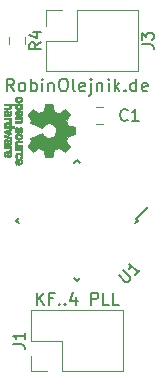
<source format=gbr>
G04 #@! TF.GenerationSoftware,KiCad,Pcbnew,(5.0.0)*
G04 #@! TF.CreationDate,2018-10-07T23:11:39+02:00*
G04 #@! TF.ProjectId,bosch_kf4_pll,626F7363685F6B66345F706C6C2E6B69,rev?*
G04 #@! TF.SameCoordinates,Original*
G04 #@! TF.FileFunction,Legend,Top*
G04 #@! TF.FilePolarity,Positive*
%FSLAX46Y46*%
G04 Gerber Fmt 4.6, Leading zero omitted, Abs format (unit mm)*
G04 Created by KiCad (PCBNEW (5.0.0)) date 10/07/18 23:11:39*
%MOMM*%
%LPD*%
G01*
G04 APERTURE LIST*
%ADD10C,0.190500*%
%ADD11C,0.120000*%
%ADD12C,0.150000*%
%ADD13C,0.010000*%
G04 APERTURE END LIST*
D10*
X129963333Y-85867119D02*
X129963333Y-84851119D01*
X130543904Y-85867119D02*
X130108476Y-85286547D01*
X130543904Y-84851119D02*
X129963333Y-85431690D01*
X131318000Y-85334928D02*
X130979333Y-85334928D01*
X130979333Y-85867119D02*
X130979333Y-84851119D01*
X131463142Y-84851119D01*
X131850190Y-85770357D02*
X131898571Y-85818738D01*
X131850190Y-85867119D01*
X131801809Y-85818738D01*
X131850190Y-85770357D01*
X131850190Y-85867119D01*
X132334000Y-85770357D02*
X132382380Y-85818738D01*
X132334000Y-85867119D01*
X132285619Y-85818738D01*
X132334000Y-85770357D01*
X132334000Y-85867119D01*
X133253238Y-85189785D02*
X133253238Y-85867119D01*
X133011333Y-84802738D02*
X132769428Y-85528452D01*
X133398380Y-85528452D01*
X134559523Y-85867119D02*
X134559523Y-84851119D01*
X134946571Y-84851119D01*
X135043333Y-84899500D01*
X135091714Y-84947880D01*
X135140095Y-85044642D01*
X135140095Y-85189785D01*
X135091714Y-85286547D01*
X135043333Y-85334928D01*
X134946571Y-85383309D01*
X134559523Y-85383309D01*
X136059333Y-85867119D02*
X135575523Y-85867119D01*
X135575523Y-84851119D01*
X136881809Y-85867119D02*
X136398000Y-85867119D01*
X136398000Y-84851119D01*
X128003904Y-67798345D02*
X127644071Y-67284297D01*
X127387047Y-67798345D02*
X127387047Y-66718845D01*
X127798285Y-66718845D01*
X127901095Y-66770250D01*
X127952500Y-66821654D01*
X128003904Y-66924464D01*
X128003904Y-67078678D01*
X127952500Y-67181488D01*
X127901095Y-67232892D01*
X127798285Y-67284297D01*
X127387047Y-67284297D01*
X128620761Y-67798345D02*
X128517952Y-67746940D01*
X128466547Y-67695535D01*
X128415142Y-67592726D01*
X128415142Y-67284297D01*
X128466547Y-67181488D01*
X128517952Y-67130083D01*
X128620761Y-67078678D01*
X128774976Y-67078678D01*
X128877785Y-67130083D01*
X128929190Y-67181488D01*
X128980595Y-67284297D01*
X128980595Y-67592726D01*
X128929190Y-67695535D01*
X128877785Y-67746940D01*
X128774976Y-67798345D01*
X128620761Y-67798345D01*
X129443238Y-67798345D02*
X129443238Y-66718845D01*
X129443238Y-67130083D02*
X129546047Y-67078678D01*
X129751666Y-67078678D01*
X129854476Y-67130083D01*
X129905880Y-67181488D01*
X129957285Y-67284297D01*
X129957285Y-67592726D01*
X129905880Y-67695535D01*
X129854476Y-67746940D01*
X129751666Y-67798345D01*
X129546047Y-67798345D01*
X129443238Y-67746940D01*
X130419928Y-67798345D02*
X130419928Y-67078678D01*
X130419928Y-66718845D02*
X130368523Y-66770250D01*
X130419928Y-66821654D01*
X130471333Y-66770250D01*
X130419928Y-66718845D01*
X130419928Y-66821654D01*
X130933976Y-67078678D02*
X130933976Y-67798345D01*
X130933976Y-67181488D02*
X130985380Y-67130083D01*
X131088190Y-67078678D01*
X131242404Y-67078678D01*
X131345214Y-67130083D01*
X131396619Y-67232892D01*
X131396619Y-67798345D01*
X132116285Y-66718845D02*
X132321904Y-66718845D01*
X132424714Y-66770250D01*
X132527523Y-66873059D01*
X132578928Y-67078678D01*
X132578928Y-67438511D01*
X132527523Y-67644130D01*
X132424714Y-67746940D01*
X132321904Y-67798345D01*
X132116285Y-67798345D01*
X132013476Y-67746940D01*
X131910666Y-67644130D01*
X131859261Y-67438511D01*
X131859261Y-67078678D01*
X131910666Y-66873059D01*
X132013476Y-66770250D01*
X132116285Y-66718845D01*
X133195785Y-67798345D02*
X133092976Y-67746940D01*
X133041571Y-67644130D01*
X133041571Y-66718845D01*
X134018261Y-67746940D02*
X133915452Y-67798345D01*
X133709833Y-67798345D01*
X133607023Y-67746940D01*
X133555619Y-67644130D01*
X133555619Y-67232892D01*
X133607023Y-67130083D01*
X133709833Y-67078678D01*
X133915452Y-67078678D01*
X134018261Y-67130083D01*
X134069666Y-67232892D01*
X134069666Y-67335702D01*
X133555619Y-67438511D01*
X134532309Y-67078678D02*
X134532309Y-68003964D01*
X134480904Y-68106773D01*
X134378095Y-68158178D01*
X134326690Y-68158178D01*
X134532309Y-66718845D02*
X134480904Y-66770250D01*
X134532309Y-66821654D01*
X134583714Y-66770250D01*
X134532309Y-66718845D01*
X134532309Y-66821654D01*
X135046357Y-67078678D02*
X135046357Y-67798345D01*
X135046357Y-67181488D02*
X135097761Y-67130083D01*
X135200571Y-67078678D01*
X135354785Y-67078678D01*
X135457595Y-67130083D01*
X135509000Y-67232892D01*
X135509000Y-67798345D01*
X136023047Y-67798345D02*
X136023047Y-67078678D01*
X136023047Y-66718845D02*
X135971642Y-66770250D01*
X136023047Y-66821654D01*
X136074452Y-66770250D01*
X136023047Y-66718845D01*
X136023047Y-66821654D01*
X136537095Y-67798345D02*
X136537095Y-66718845D01*
X136639904Y-67387107D02*
X136948333Y-67798345D01*
X136948333Y-67078678D02*
X136537095Y-67489916D01*
X137410976Y-67695535D02*
X137462380Y-67746940D01*
X137410976Y-67798345D01*
X137359571Y-67746940D01*
X137410976Y-67695535D01*
X137410976Y-67798345D01*
X138387666Y-67798345D02*
X138387666Y-66718845D01*
X138387666Y-67746940D02*
X138284857Y-67798345D01*
X138079238Y-67798345D01*
X137976428Y-67746940D01*
X137925023Y-67695535D01*
X137873619Y-67592726D01*
X137873619Y-67284297D01*
X137925023Y-67181488D01*
X137976428Y-67130083D01*
X138079238Y-67078678D01*
X138284857Y-67078678D01*
X138387666Y-67130083D01*
X139312952Y-67746940D02*
X139210142Y-67798345D01*
X139004523Y-67798345D01*
X138901714Y-67746940D01*
X138850309Y-67644130D01*
X138850309Y-67232892D01*
X138901714Y-67130083D01*
X139004523Y-67078678D01*
X139210142Y-67078678D01*
X139312952Y-67130083D01*
X139364357Y-67232892D01*
X139364357Y-67335702D01*
X138850309Y-67438511D01*
D11*
G04 #@! TO.C,J3*
X130750000Y-66100000D02*
X130750000Y-63500000D01*
X130750000Y-66100000D02*
X138490000Y-66100000D01*
X138490000Y-66100000D02*
X138490000Y-60900000D01*
X133350000Y-60900000D02*
X138490000Y-60900000D01*
X133350000Y-63500000D02*
X133350000Y-60900000D01*
X130750000Y-63500000D02*
X133350000Y-63500000D01*
X130750000Y-60900000D02*
X132080000Y-60900000D01*
X130750000Y-62230000D02*
X130750000Y-60900000D01*
G04 #@! TO.C,C1*
X135513578Y-70560000D02*
X134996422Y-70560000D01*
X135513578Y-69140000D02*
X134996422Y-69140000D01*
D12*
G04 #@! TO.C,U1*
X138317425Y-78580901D02*
X139325052Y-77573274D01*
X133350000Y-83866524D02*
X133579810Y-83636714D01*
X128223476Y-78740000D02*
X128453286Y-78510190D01*
X133350000Y-73613476D02*
X133120190Y-73843286D01*
X138476524Y-78740000D02*
X138246714Y-78969810D01*
X133350000Y-73613476D02*
X133579810Y-73843286D01*
X128223476Y-78740000D02*
X128453286Y-78969810D01*
X133350000Y-83866524D02*
X133120190Y-83636714D01*
X138476524Y-78740000D02*
X138317425Y-78580901D01*
D11*
G04 #@! TO.C,J1*
X129480000Y-91500000D02*
X129480000Y-90170000D01*
X130810000Y-91500000D02*
X129480000Y-91500000D01*
X129480000Y-88900000D02*
X129480000Y-86300000D01*
X132080000Y-88900000D02*
X129480000Y-88900000D01*
X132080000Y-91500000D02*
X132080000Y-88900000D01*
X129480000Y-86300000D02*
X137220000Y-86300000D01*
X132080000Y-91500000D02*
X137220000Y-91500000D01*
X137220000Y-91500000D02*
X137220000Y-86300000D01*
G04 #@! TO.C,R4*
X128980000Y-63241422D02*
X128980000Y-63758578D01*
X127560000Y-63241422D02*
X127560000Y-63758578D01*
D13*
G04 #@! TO.C,REF\002A\002A*
G36*
X132884982Y-71496964D02*
X132583430Y-71553812D01*
X132410488Y-71973338D01*
X132581605Y-72224984D01*
X132629250Y-72295458D01*
X132671790Y-72359163D01*
X132707285Y-72413126D01*
X132733790Y-72454373D01*
X132749364Y-72479934D01*
X132752722Y-72486895D01*
X132744086Y-72499435D01*
X132720208Y-72526231D01*
X132684141Y-72564280D01*
X132638933Y-72610579D01*
X132587636Y-72662123D01*
X132533299Y-72715909D01*
X132478972Y-72768935D01*
X132427705Y-72818195D01*
X132382549Y-72860687D01*
X132346554Y-72893407D01*
X132322770Y-72913351D01*
X132314810Y-72918119D01*
X132300135Y-72911257D01*
X132267986Y-72892020D01*
X132221508Y-72862430D01*
X132163844Y-72824510D01*
X132098140Y-72780282D01*
X132060664Y-72754654D01*
X131992232Y-72707941D01*
X131930480Y-72666432D01*
X131878481Y-72632140D01*
X131839308Y-72607080D01*
X131816035Y-72593264D01*
X131811145Y-72591188D01*
X131797245Y-72595895D01*
X131764850Y-72608723D01*
X131718515Y-72627738D01*
X131662794Y-72651003D01*
X131602242Y-72676584D01*
X131541414Y-72702545D01*
X131484864Y-72726950D01*
X131437148Y-72747863D01*
X131402819Y-72763349D01*
X131386432Y-72771472D01*
X131385788Y-72771952D01*
X131382659Y-72784707D01*
X131375679Y-72818677D01*
X131365533Y-72870340D01*
X131352908Y-72936176D01*
X131338491Y-73012664D01*
X131330177Y-73057290D01*
X131314616Y-73139021D01*
X131299808Y-73212843D01*
X131286564Y-73275021D01*
X131275695Y-73321822D01*
X131268011Y-73349509D01*
X131265573Y-73355074D01*
X131249070Y-73360526D01*
X131211800Y-73364924D01*
X131158120Y-73368272D01*
X131092388Y-73370574D01*
X131018963Y-73371832D01*
X130942204Y-73372048D01*
X130866468Y-73371227D01*
X130796114Y-73369371D01*
X130735500Y-73366482D01*
X130688984Y-73362565D01*
X130660925Y-73357622D01*
X130655084Y-73354657D01*
X130648083Y-73336934D01*
X130638073Y-73299381D01*
X130626231Y-73246964D01*
X130613733Y-73184652D01*
X130609690Y-73162900D01*
X130590480Y-73058024D01*
X130575009Y-72975180D01*
X130562663Y-72911630D01*
X130552827Y-72864637D01*
X130544886Y-72831463D01*
X130538224Y-72809371D01*
X130532227Y-72795624D01*
X130526281Y-72787484D01*
X130525106Y-72786345D01*
X130506174Y-72774977D01*
X130469331Y-72757635D01*
X130419087Y-72736050D01*
X130359954Y-72711954D01*
X130296444Y-72687079D01*
X130233068Y-72663157D01*
X130174338Y-72641919D01*
X130124765Y-72625097D01*
X130088861Y-72614422D01*
X130071138Y-72611627D01*
X130070517Y-72611860D01*
X130056030Y-72621331D01*
X130024156Y-72642818D01*
X129978211Y-72674063D01*
X129921515Y-72712807D01*
X129857383Y-72756793D01*
X129839158Y-72769319D01*
X129773086Y-72813984D01*
X129712800Y-72853288D01*
X129661765Y-72885088D01*
X129623440Y-72907245D01*
X129601289Y-72917617D01*
X129598568Y-72918119D01*
X129584264Y-72909405D01*
X129555928Y-72885325D01*
X129516604Y-72848976D01*
X129469339Y-72803453D01*
X129417177Y-72751852D01*
X129363165Y-72697267D01*
X129310347Y-72642794D01*
X129261769Y-72591529D01*
X129220477Y-72546567D01*
X129189515Y-72511004D01*
X129171930Y-72487935D01*
X129169059Y-72481554D01*
X129175822Y-72466699D01*
X129194061Y-72436286D01*
X129220703Y-72395268D01*
X129242148Y-72363709D01*
X129281497Y-72306525D01*
X129327829Y-72238806D01*
X129374087Y-72170880D01*
X129398845Y-72134361D01*
X129482453Y-72010752D01*
X129426350Y-71906991D01*
X129401772Y-71859720D01*
X129382669Y-71819523D01*
X129371773Y-71792326D01*
X129370257Y-71785402D01*
X129381451Y-71777077D01*
X129413083Y-71760654D01*
X129462235Y-71737357D01*
X129525990Y-71708414D01*
X129601429Y-71675050D01*
X129685636Y-71638491D01*
X129775692Y-71599964D01*
X129868679Y-71560694D01*
X129961680Y-71521908D01*
X130051777Y-71484830D01*
X130136052Y-71450689D01*
X130211587Y-71420708D01*
X130275466Y-71396116D01*
X130324769Y-71378136D01*
X130356579Y-71367997D01*
X130367504Y-71366366D01*
X130381439Y-71379291D01*
X130404060Y-71407589D01*
X130430667Y-71445346D01*
X130432772Y-71448515D01*
X130510886Y-71546100D01*
X130602018Y-71624786D01*
X130703255Y-71683891D01*
X130811682Y-71722732D01*
X130924386Y-71740628D01*
X131038452Y-71736897D01*
X131150966Y-71710857D01*
X131259015Y-71661825D01*
X131282655Y-71647400D01*
X131378113Y-71572369D01*
X131454768Y-71483730D01*
X131512220Y-71384549D01*
X131550071Y-71277895D01*
X131567922Y-71166836D01*
X131565375Y-71054439D01*
X131542030Y-70943773D01*
X131497490Y-70837906D01*
X131431355Y-70739905D01*
X131404513Y-70709590D01*
X131320488Y-70632438D01*
X131232034Y-70576218D01*
X131132885Y-70537653D01*
X131034697Y-70516174D01*
X130924303Y-70510872D01*
X130813360Y-70528552D01*
X130705619Y-70567419D01*
X130604831Y-70625677D01*
X130514744Y-70701531D01*
X130439108Y-70793183D01*
X130431136Y-70805228D01*
X130405026Y-70843389D01*
X130382405Y-70872399D01*
X130367961Y-70886268D01*
X130367504Y-70886469D01*
X130351879Y-70883492D01*
X130316418Y-70871689D01*
X130264038Y-70852286D01*
X130197655Y-70826512D01*
X130120186Y-70795591D01*
X130034550Y-70760751D01*
X129943663Y-70723217D01*
X129850441Y-70684217D01*
X129757803Y-70644977D01*
X129668665Y-70606724D01*
X129585945Y-70570683D01*
X129512559Y-70538083D01*
X129451425Y-70510148D01*
X129405459Y-70488105D01*
X129377579Y-70473182D01*
X129370257Y-70467172D01*
X129375959Y-70448809D01*
X129391251Y-70414448D01*
X129413401Y-70370016D01*
X129426350Y-70345583D01*
X129482453Y-70241822D01*
X129398845Y-70118213D01*
X129356013Y-70055114D01*
X129308878Y-69986030D01*
X129264497Y-69921293D01*
X129242148Y-69888866D01*
X129211523Y-69843259D01*
X129187253Y-69804640D01*
X129172413Y-69778048D01*
X129169276Y-69769410D01*
X129177739Y-69756839D01*
X129201364Y-69729016D01*
X129237698Y-69688639D01*
X129284289Y-69638405D01*
X129338683Y-69581012D01*
X129373608Y-69544714D01*
X129436004Y-69481210D01*
X129491812Y-69426327D01*
X129538646Y-69382286D01*
X129574118Y-69351305D01*
X129595839Y-69335602D01*
X129600248Y-69334095D01*
X129617015Y-69341086D01*
X129650918Y-69360406D01*
X129698524Y-69389909D01*
X129756401Y-69427455D01*
X129821116Y-69470900D01*
X129839158Y-69483255D01*
X129904733Y-69528273D01*
X129963772Y-69568660D01*
X130012958Y-69602160D01*
X130048972Y-69626514D01*
X130068498Y-69639464D01*
X130070517Y-69640715D01*
X130086078Y-69638844D01*
X130120291Y-69628913D01*
X130168645Y-69612653D01*
X130226629Y-69591795D01*
X130289730Y-69568073D01*
X130353437Y-69543216D01*
X130413239Y-69518958D01*
X130464624Y-69497029D01*
X130503081Y-69479162D01*
X130524098Y-69467087D01*
X130525106Y-69466229D01*
X130531112Y-69458846D01*
X130537052Y-69446375D01*
X130543540Y-69426080D01*
X130551191Y-69395222D01*
X130560620Y-69351066D01*
X130572441Y-69290874D01*
X130587271Y-69211907D01*
X130605723Y-69111430D01*
X130609690Y-69089675D01*
X130622147Y-69025198D01*
X130634334Y-68968989D01*
X130645074Y-68926013D01*
X130653191Y-68901240D01*
X130655084Y-68897918D01*
X130671862Y-68892444D01*
X130709355Y-68887994D01*
X130763206Y-68884572D01*
X130829056Y-68882181D01*
X130902547Y-68880823D01*
X130979320Y-68880501D01*
X131055017Y-68881219D01*
X131125280Y-68882979D01*
X131185750Y-68885784D01*
X131232070Y-68889638D01*
X131259881Y-68894543D01*
X131265573Y-68897500D01*
X131271314Y-68913963D01*
X131280655Y-68951449D01*
X131292785Y-69006225D01*
X131306893Y-69074555D01*
X131322170Y-69152706D01*
X131330177Y-69195284D01*
X131345279Y-69276071D01*
X131358960Y-69348113D01*
X131370533Y-69407889D01*
X131379313Y-69451879D01*
X131384613Y-69476561D01*
X131385788Y-69480623D01*
X131399035Y-69487489D01*
X131430943Y-69502002D01*
X131476953Y-69522229D01*
X131532508Y-69546234D01*
X131593047Y-69572082D01*
X131654014Y-69597840D01*
X131710849Y-69621573D01*
X131758994Y-69641346D01*
X131793890Y-69655224D01*
X131810979Y-69661274D01*
X131811726Y-69661386D01*
X131825207Y-69654528D01*
X131856230Y-69635302D01*
X131901711Y-69605728D01*
X131958568Y-69567827D01*
X132023717Y-69523620D01*
X132061138Y-69497921D01*
X132129753Y-69451093D01*
X132192048Y-69409501D01*
X132244871Y-69375175D01*
X132285073Y-69350143D01*
X132309500Y-69336435D01*
X132314976Y-69334456D01*
X132327722Y-69342966D01*
X132354937Y-69366493D01*
X132393572Y-69402032D01*
X132440577Y-69446577D01*
X132492905Y-69497123D01*
X132547505Y-69550664D01*
X132601330Y-69604195D01*
X132651330Y-69654711D01*
X132694457Y-69699206D01*
X132727661Y-69734675D01*
X132747894Y-69758113D01*
X132752722Y-69765954D01*
X132745933Y-69778720D01*
X132726858Y-69809256D01*
X132697439Y-69854590D01*
X132659619Y-69911756D01*
X132615339Y-69977784D01*
X132581605Y-70027590D01*
X132410488Y-70279236D01*
X132496959Y-70488999D01*
X132583430Y-70698763D01*
X132884982Y-70755611D01*
X133186534Y-70812460D01*
X133186534Y-71440115D01*
X132884982Y-71496964D01*
X132884982Y-71496964D01*
G37*
X132884982Y-71496964D02*
X132583430Y-71553812D01*
X132410488Y-71973338D01*
X132581605Y-72224984D01*
X132629250Y-72295458D01*
X132671790Y-72359163D01*
X132707285Y-72413126D01*
X132733790Y-72454373D01*
X132749364Y-72479934D01*
X132752722Y-72486895D01*
X132744086Y-72499435D01*
X132720208Y-72526231D01*
X132684141Y-72564280D01*
X132638933Y-72610579D01*
X132587636Y-72662123D01*
X132533299Y-72715909D01*
X132478972Y-72768935D01*
X132427705Y-72818195D01*
X132382549Y-72860687D01*
X132346554Y-72893407D01*
X132322770Y-72913351D01*
X132314810Y-72918119D01*
X132300135Y-72911257D01*
X132267986Y-72892020D01*
X132221508Y-72862430D01*
X132163844Y-72824510D01*
X132098140Y-72780282D01*
X132060664Y-72754654D01*
X131992232Y-72707941D01*
X131930480Y-72666432D01*
X131878481Y-72632140D01*
X131839308Y-72607080D01*
X131816035Y-72593264D01*
X131811145Y-72591188D01*
X131797245Y-72595895D01*
X131764850Y-72608723D01*
X131718515Y-72627738D01*
X131662794Y-72651003D01*
X131602242Y-72676584D01*
X131541414Y-72702545D01*
X131484864Y-72726950D01*
X131437148Y-72747863D01*
X131402819Y-72763349D01*
X131386432Y-72771472D01*
X131385788Y-72771952D01*
X131382659Y-72784707D01*
X131375679Y-72818677D01*
X131365533Y-72870340D01*
X131352908Y-72936176D01*
X131338491Y-73012664D01*
X131330177Y-73057290D01*
X131314616Y-73139021D01*
X131299808Y-73212843D01*
X131286564Y-73275021D01*
X131275695Y-73321822D01*
X131268011Y-73349509D01*
X131265573Y-73355074D01*
X131249070Y-73360526D01*
X131211800Y-73364924D01*
X131158120Y-73368272D01*
X131092388Y-73370574D01*
X131018963Y-73371832D01*
X130942204Y-73372048D01*
X130866468Y-73371227D01*
X130796114Y-73369371D01*
X130735500Y-73366482D01*
X130688984Y-73362565D01*
X130660925Y-73357622D01*
X130655084Y-73354657D01*
X130648083Y-73336934D01*
X130638073Y-73299381D01*
X130626231Y-73246964D01*
X130613733Y-73184652D01*
X130609690Y-73162900D01*
X130590480Y-73058024D01*
X130575009Y-72975180D01*
X130562663Y-72911630D01*
X130552827Y-72864637D01*
X130544886Y-72831463D01*
X130538224Y-72809371D01*
X130532227Y-72795624D01*
X130526281Y-72787484D01*
X130525106Y-72786345D01*
X130506174Y-72774977D01*
X130469331Y-72757635D01*
X130419087Y-72736050D01*
X130359954Y-72711954D01*
X130296444Y-72687079D01*
X130233068Y-72663157D01*
X130174338Y-72641919D01*
X130124765Y-72625097D01*
X130088861Y-72614422D01*
X130071138Y-72611627D01*
X130070517Y-72611860D01*
X130056030Y-72621331D01*
X130024156Y-72642818D01*
X129978211Y-72674063D01*
X129921515Y-72712807D01*
X129857383Y-72756793D01*
X129839158Y-72769319D01*
X129773086Y-72813984D01*
X129712800Y-72853288D01*
X129661765Y-72885088D01*
X129623440Y-72907245D01*
X129601289Y-72917617D01*
X129598568Y-72918119D01*
X129584264Y-72909405D01*
X129555928Y-72885325D01*
X129516604Y-72848976D01*
X129469339Y-72803453D01*
X129417177Y-72751852D01*
X129363165Y-72697267D01*
X129310347Y-72642794D01*
X129261769Y-72591529D01*
X129220477Y-72546567D01*
X129189515Y-72511004D01*
X129171930Y-72487935D01*
X129169059Y-72481554D01*
X129175822Y-72466699D01*
X129194061Y-72436286D01*
X129220703Y-72395268D01*
X129242148Y-72363709D01*
X129281497Y-72306525D01*
X129327829Y-72238806D01*
X129374087Y-72170880D01*
X129398845Y-72134361D01*
X129482453Y-72010752D01*
X129426350Y-71906991D01*
X129401772Y-71859720D01*
X129382669Y-71819523D01*
X129371773Y-71792326D01*
X129370257Y-71785402D01*
X129381451Y-71777077D01*
X129413083Y-71760654D01*
X129462235Y-71737357D01*
X129525990Y-71708414D01*
X129601429Y-71675050D01*
X129685636Y-71638491D01*
X129775692Y-71599964D01*
X129868679Y-71560694D01*
X129961680Y-71521908D01*
X130051777Y-71484830D01*
X130136052Y-71450689D01*
X130211587Y-71420708D01*
X130275466Y-71396116D01*
X130324769Y-71378136D01*
X130356579Y-71367997D01*
X130367504Y-71366366D01*
X130381439Y-71379291D01*
X130404060Y-71407589D01*
X130430667Y-71445346D01*
X130432772Y-71448515D01*
X130510886Y-71546100D01*
X130602018Y-71624786D01*
X130703255Y-71683891D01*
X130811682Y-71722732D01*
X130924386Y-71740628D01*
X131038452Y-71736897D01*
X131150966Y-71710857D01*
X131259015Y-71661825D01*
X131282655Y-71647400D01*
X131378113Y-71572369D01*
X131454768Y-71483730D01*
X131512220Y-71384549D01*
X131550071Y-71277895D01*
X131567922Y-71166836D01*
X131565375Y-71054439D01*
X131542030Y-70943773D01*
X131497490Y-70837906D01*
X131431355Y-70739905D01*
X131404513Y-70709590D01*
X131320488Y-70632438D01*
X131232034Y-70576218D01*
X131132885Y-70537653D01*
X131034697Y-70516174D01*
X130924303Y-70510872D01*
X130813360Y-70528552D01*
X130705619Y-70567419D01*
X130604831Y-70625677D01*
X130514744Y-70701531D01*
X130439108Y-70793183D01*
X130431136Y-70805228D01*
X130405026Y-70843389D01*
X130382405Y-70872399D01*
X130367961Y-70886268D01*
X130367504Y-70886469D01*
X130351879Y-70883492D01*
X130316418Y-70871689D01*
X130264038Y-70852286D01*
X130197655Y-70826512D01*
X130120186Y-70795591D01*
X130034550Y-70760751D01*
X129943663Y-70723217D01*
X129850441Y-70684217D01*
X129757803Y-70644977D01*
X129668665Y-70606724D01*
X129585945Y-70570683D01*
X129512559Y-70538083D01*
X129451425Y-70510148D01*
X129405459Y-70488105D01*
X129377579Y-70473182D01*
X129370257Y-70467172D01*
X129375959Y-70448809D01*
X129391251Y-70414448D01*
X129413401Y-70370016D01*
X129426350Y-70345583D01*
X129482453Y-70241822D01*
X129398845Y-70118213D01*
X129356013Y-70055114D01*
X129308878Y-69986030D01*
X129264497Y-69921293D01*
X129242148Y-69888866D01*
X129211523Y-69843259D01*
X129187253Y-69804640D01*
X129172413Y-69778048D01*
X129169276Y-69769410D01*
X129177739Y-69756839D01*
X129201364Y-69729016D01*
X129237698Y-69688639D01*
X129284289Y-69638405D01*
X129338683Y-69581012D01*
X129373608Y-69544714D01*
X129436004Y-69481210D01*
X129491812Y-69426327D01*
X129538646Y-69382286D01*
X129574118Y-69351305D01*
X129595839Y-69335602D01*
X129600248Y-69334095D01*
X129617015Y-69341086D01*
X129650918Y-69360406D01*
X129698524Y-69389909D01*
X129756401Y-69427455D01*
X129821116Y-69470900D01*
X129839158Y-69483255D01*
X129904733Y-69528273D01*
X129963772Y-69568660D01*
X130012958Y-69602160D01*
X130048972Y-69626514D01*
X130068498Y-69639464D01*
X130070517Y-69640715D01*
X130086078Y-69638844D01*
X130120291Y-69628913D01*
X130168645Y-69612653D01*
X130226629Y-69591795D01*
X130289730Y-69568073D01*
X130353437Y-69543216D01*
X130413239Y-69518958D01*
X130464624Y-69497029D01*
X130503081Y-69479162D01*
X130524098Y-69467087D01*
X130525106Y-69466229D01*
X130531112Y-69458846D01*
X130537052Y-69446375D01*
X130543540Y-69426080D01*
X130551191Y-69395222D01*
X130560620Y-69351066D01*
X130572441Y-69290874D01*
X130587271Y-69211907D01*
X130605723Y-69111430D01*
X130609690Y-69089675D01*
X130622147Y-69025198D01*
X130634334Y-68968989D01*
X130645074Y-68926013D01*
X130653191Y-68901240D01*
X130655084Y-68897918D01*
X130671862Y-68892444D01*
X130709355Y-68887994D01*
X130763206Y-68884572D01*
X130829056Y-68882181D01*
X130902547Y-68880823D01*
X130979320Y-68880501D01*
X131055017Y-68881219D01*
X131125280Y-68882979D01*
X131185750Y-68885784D01*
X131232070Y-68889638D01*
X131259881Y-68894543D01*
X131265573Y-68897500D01*
X131271314Y-68913963D01*
X131280655Y-68951449D01*
X131292785Y-69006225D01*
X131306893Y-69074555D01*
X131322170Y-69152706D01*
X131330177Y-69195284D01*
X131345279Y-69276071D01*
X131358960Y-69348113D01*
X131370533Y-69407889D01*
X131379313Y-69451879D01*
X131384613Y-69476561D01*
X131385788Y-69480623D01*
X131399035Y-69487489D01*
X131430943Y-69502002D01*
X131476953Y-69522229D01*
X131532508Y-69546234D01*
X131593047Y-69572082D01*
X131654014Y-69597840D01*
X131710849Y-69621573D01*
X131758994Y-69641346D01*
X131793890Y-69655224D01*
X131810979Y-69661274D01*
X131811726Y-69661386D01*
X131825207Y-69654528D01*
X131856230Y-69635302D01*
X131901711Y-69605728D01*
X131958568Y-69567827D01*
X132023717Y-69523620D01*
X132061138Y-69497921D01*
X132129753Y-69451093D01*
X132192048Y-69409501D01*
X132244871Y-69375175D01*
X132285073Y-69350143D01*
X132309500Y-69336435D01*
X132314976Y-69334456D01*
X132327722Y-69342966D01*
X132354937Y-69366493D01*
X132393572Y-69402032D01*
X132440577Y-69446577D01*
X132492905Y-69497123D01*
X132547505Y-69550664D01*
X132601330Y-69604195D01*
X132651330Y-69654711D01*
X132694457Y-69699206D01*
X132727661Y-69734675D01*
X132747894Y-69758113D01*
X132752722Y-69765954D01*
X132745933Y-69778720D01*
X132726858Y-69809256D01*
X132697439Y-69854590D01*
X132659619Y-69911756D01*
X132615339Y-69977784D01*
X132581605Y-70027590D01*
X132410488Y-70279236D01*
X132496959Y-70488999D01*
X132583430Y-70698763D01*
X132884982Y-70755611D01*
X133186534Y-70812460D01*
X133186534Y-71440115D01*
X132884982Y-71496964D01*
G36*
X128716970Y-72919460D02*
X128703755Y-72962711D01*
X128687059Y-72990558D01*
X128673855Y-72999629D01*
X128658203Y-72997132D01*
X128633615Y-72980931D01*
X128616200Y-72967232D01*
X128584717Y-72938992D01*
X128571471Y-72917775D01*
X128572336Y-72899688D01*
X128585990Y-72846035D01*
X128585370Y-72806630D01*
X128569896Y-72774632D01*
X128560839Y-72763890D01*
X128528973Y-72729505D01*
X128112821Y-72729505D01*
X128112821Y-72591188D01*
X128716386Y-72591188D01*
X128716386Y-72660347D01*
X128714744Y-72701869D01*
X128708913Y-72723291D01*
X128697539Y-72729502D01*
X128697202Y-72729505D01*
X128685287Y-72732439D01*
X128686841Y-72745704D01*
X128695437Y-72764084D01*
X128711432Y-72802046D01*
X128721055Y-72832872D01*
X128723522Y-72872536D01*
X128716970Y-72919460D01*
X128716970Y-72919460D01*
G37*
X128716970Y-72919460D02*
X128703755Y-72962711D01*
X128687059Y-72990558D01*
X128673855Y-72999629D01*
X128658203Y-72997132D01*
X128633615Y-72980931D01*
X128616200Y-72967232D01*
X128584717Y-72938992D01*
X128571471Y-72917775D01*
X128572336Y-72899688D01*
X128585990Y-72846035D01*
X128585370Y-72806630D01*
X128569896Y-72774632D01*
X128560839Y-72763890D01*
X128528973Y-72729505D01*
X128112821Y-72729505D01*
X128112821Y-72591188D01*
X128716386Y-72591188D01*
X128716386Y-72660347D01*
X128714744Y-72701869D01*
X128708913Y-72723291D01*
X128697539Y-72729502D01*
X128697202Y-72729505D01*
X128685287Y-72732439D01*
X128686841Y-72745704D01*
X128695437Y-72764084D01*
X128711432Y-72802046D01*
X128721055Y-72832872D01*
X128723522Y-72872536D01*
X128716970Y-72919460D01*
G36*
X128705998Y-70365988D02*
X128691050Y-70397283D01*
X128669459Y-70427591D01*
X128644609Y-70450682D01*
X128612913Y-70467500D01*
X128570786Y-70478994D01*
X128514642Y-70486109D01*
X128440894Y-70489793D01*
X128345956Y-70490992D01*
X128336015Y-70491011D01*
X128112821Y-70491287D01*
X128112821Y-70352970D01*
X128318582Y-70352970D01*
X128394811Y-70352872D01*
X128450061Y-70352191D01*
X128488499Y-70350349D01*
X128514294Y-70346767D01*
X128531616Y-70340868D01*
X128544632Y-70332073D01*
X128557493Y-70319820D01*
X128585127Y-70276953D01*
X128590255Y-70230157D01*
X128572783Y-70185576D01*
X128559779Y-70170072D01*
X128547553Y-70158690D01*
X128534460Y-70150519D01*
X128516385Y-70145026D01*
X128489213Y-70141680D01*
X128448830Y-70139949D01*
X128391121Y-70139303D01*
X128320868Y-70139208D01*
X128112821Y-70139208D01*
X128112821Y-70000891D01*
X128716386Y-70000891D01*
X128716386Y-70070050D01*
X128714744Y-70111572D01*
X128708913Y-70132994D01*
X128697539Y-70139205D01*
X128697202Y-70139208D01*
X128686062Y-70142090D01*
X128687326Y-70154801D01*
X128699566Y-70180074D01*
X128717576Y-70237395D01*
X128719579Y-70302963D01*
X128705998Y-70365988D01*
X128705998Y-70365988D01*
G37*
X128705998Y-70365988D02*
X128691050Y-70397283D01*
X128669459Y-70427591D01*
X128644609Y-70450682D01*
X128612913Y-70467500D01*
X128570786Y-70478994D01*
X128514642Y-70486109D01*
X128440894Y-70489793D01*
X128345956Y-70490992D01*
X128336015Y-70491011D01*
X128112821Y-70491287D01*
X128112821Y-70352970D01*
X128318582Y-70352970D01*
X128394811Y-70352872D01*
X128450061Y-70352191D01*
X128488499Y-70350349D01*
X128514294Y-70346767D01*
X128531616Y-70340868D01*
X128544632Y-70332073D01*
X128557493Y-70319820D01*
X128585127Y-70276953D01*
X128590255Y-70230157D01*
X128572783Y-70185576D01*
X128559779Y-70170072D01*
X128547553Y-70158690D01*
X128534460Y-70150519D01*
X128516385Y-70145026D01*
X128489213Y-70141680D01*
X128448830Y-70139949D01*
X128391121Y-70139303D01*
X128320868Y-70139208D01*
X128112821Y-70139208D01*
X128112821Y-70000891D01*
X128716386Y-70000891D01*
X128716386Y-70070050D01*
X128714744Y-70111572D01*
X128708913Y-70132994D01*
X128697539Y-70139205D01*
X128697202Y-70139208D01*
X128686062Y-70142090D01*
X128687326Y-70154801D01*
X128699566Y-70180074D01*
X128717576Y-70237395D01*
X128719579Y-70302963D01*
X128705998Y-70365988D01*
G36*
X128718543Y-73797898D02*
X128710721Y-73830096D01*
X128682079Y-73891825D01*
X128638333Y-73944610D01*
X128585883Y-73981141D01*
X128574107Y-73986160D01*
X128543260Y-73993045D01*
X128497629Y-73997864D01*
X128451508Y-73999505D01*
X128364307Y-73999505D01*
X128364307Y-73817178D01*
X128364022Y-73741979D01*
X128362296Y-73689003D01*
X128357819Y-73655325D01*
X128349280Y-73638020D01*
X128335370Y-73634163D01*
X128314778Y-73640829D01*
X128290685Y-73652770D01*
X128250475Y-73686080D01*
X128230442Y-73732368D01*
X128231095Y-73788944D01*
X128252899Y-73853031D01*
X128279807Y-73908417D01*
X128243468Y-73954375D01*
X128207128Y-74000333D01*
X128167181Y-73957096D01*
X128129437Y-73899374D01*
X128106680Y-73828386D01*
X128100312Y-73752029D01*
X128111732Y-73678199D01*
X128115607Y-73666287D01*
X128149494Y-73601399D01*
X128200014Y-73553130D01*
X128268675Y-73520465D01*
X128356986Y-73502385D01*
X128358879Y-73502175D01*
X128455122Y-73500556D01*
X128489458Y-73507100D01*
X128489458Y-73634852D01*
X128484178Y-73646584D01*
X128480133Y-73678438D01*
X128477824Y-73725397D01*
X128477475Y-73755154D01*
X128477694Y-73810648D01*
X128479084Y-73845346D01*
X128482749Y-73863601D01*
X128489790Y-73869766D01*
X128501310Y-73868195D01*
X128505767Y-73866878D01*
X128547645Y-73844382D01*
X128581396Y-73809003D01*
X128596227Y-73777780D01*
X128595332Y-73736301D01*
X128576836Y-73694269D01*
X128546214Y-73659012D01*
X128508938Y-73637854D01*
X128489458Y-73634852D01*
X128489458Y-73507100D01*
X128539771Y-73516690D01*
X128610809Y-73548698D01*
X128666221Y-73594701D01*
X128703991Y-73652821D01*
X128722104Y-73721180D01*
X128718543Y-73797898D01*
X128718543Y-73797898D01*
G37*
X128718543Y-73797898D02*
X128710721Y-73830096D01*
X128682079Y-73891825D01*
X128638333Y-73944610D01*
X128585883Y-73981141D01*
X128574107Y-73986160D01*
X128543260Y-73993045D01*
X128497629Y-73997864D01*
X128451508Y-73999505D01*
X128364307Y-73999505D01*
X128364307Y-73817178D01*
X128364022Y-73741979D01*
X128362296Y-73689003D01*
X128357819Y-73655325D01*
X128349280Y-73638020D01*
X128335370Y-73634163D01*
X128314778Y-73640829D01*
X128290685Y-73652770D01*
X128250475Y-73686080D01*
X128230442Y-73732368D01*
X128231095Y-73788944D01*
X128252899Y-73853031D01*
X128279807Y-73908417D01*
X128243468Y-73954375D01*
X128207128Y-74000333D01*
X128167181Y-73957096D01*
X128129437Y-73899374D01*
X128106680Y-73828386D01*
X128100312Y-73752029D01*
X128111732Y-73678199D01*
X128115607Y-73666287D01*
X128149494Y-73601399D01*
X128200014Y-73553130D01*
X128268675Y-73520465D01*
X128356986Y-73502385D01*
X128358879Y-73502175D01*
X128455122Y-73500556D01*
X128489458Y-73507100D01*
X128489458Y-73634852D01*
X128484178Y-73646584D01*
X128480133Y-73678438D01*
X128477824Y-73725397D01*
X128477475Y-73755154D01*
X128477694Y-73810648D01*
X128479084Y-73845346D01*
X128482749Y-73863601D01*
X128489790Y-73869766D01*
X128501310Y-73868195D01*
X128505767Y-73866878D01*
X128547645Y-73844382D01*
X128581396Y-73809003D01*
X128596227Y-73777780D01*
X128595332Y-73736301D01*
X128576836Y-73694269D01*
X128546214Y-73659012D01*
X128508938Y-73637854D01*
X128489458Y-73634852D01*
X128489458Y-73507100D01*
X128539771Y-73516690D01*
X128610809Y-73548698D01*
X128666221Y-73594701D01*
X128703991Y-73652821D01*
X128722104Y-73721180D01*
X128718543Y-73797898D01*
G36*
X128711120Y-73337226D02*
X128680170Y-73410080D01*
X128665105Y-73433027D01*
X128641952Y-73462354D01*
X128623747Y-73480764D01*
X128617817Y-73483961D01*
X128604660Y-73474935D01*
X128582333Y-73451837D01*
X128566750Y-73433344D01*
X128526074Y-73382728D01*
X128559705Y-73342760D01*
X128581416Y-73311874D01*
X128588910Y-73281759D01*
X128587080Y-73247292D01*
X128573472Y-73192561D01*
X128545228Y-73154886D01*
X128499567Y-73131991D01*
X128433711Y-73121597D01*
X128433669Y-73121595D01*
X128360061Y-73122494D01*
X128306054Y-73136463D01*
X128269284Y-73164328D01*
X128256832Y-73183325D01*
X128241327Y-73233776D01*
X128241317Y-73287663D01*
X128256362Y-73334546D01*
X128263713Y-73345644D01*
X128282489Y-73373476D01*
X128285566Y-73395236D01*
X128271591Y-73418704D01*
X128246490Y-73444649D01*
X128204120Y-73485716D01*
X128166536Y-73440121D01*
X128124118Y-73369674D01*
X128103215Y-73290233D01*
X128104728Y-73207215D01*
X128118589Y-73152694D01*
X128152865Y-73088970D01*
X128206788Y-73038005D01*
X128244851Y-73014851D01*
X128299464Y-72996099D01*
X128368631Y-72986715D01*
X128443593Y-72986643D01*
X128515591Y-72995824D01*
X128575863Y-73014199D01*
X128582042Y-73017093D01*
X128642649Y-73059952D01*
X128686776Y-73117979D01*
X128713507Y-73186591D01*
X128721927Y-73261201D01*
X128711120Y-73337226D01*
X128711120Y-73337226D01*
G37*
X128711120Y-73337226D02*
X128680170Y-73410080D01*
X128665105Y-73433027D01*
X128641952Y-73462354D01*
X128623747Y-73480764D01*
X128617817Y-73483961D01*
X128604660Y-73474935D01*
X128582333Y-73451837D01*
X128566750Y-73433344D01*
X128526074Y-73382728D01*
X128559705Y-73342760D01*
X128581416Y-73311874D01*
X128588910Y-73281759D01*
X128587080Y-73247292D01*
X128573472Y-73192561D01*
X128545228Y-73154886D01*
X128499567Y-73131991D01*
X128433711Y-73121597D01*
X128433669Y-73121595D01*
X128360061Y-73122494D01*
X128306054Y-73136463D01*
X128269284Y-73164328D01*
X128256832Y-73183325D01*
X128241327Y-73233776D01*
X128241317Y-73287663D01*
X128256362Y-73334546D01*
X128263713Y-73345644D01*
X128282489Y-73373476D01*
X128285566Y-73395236D01*
X128271591Y-73418704D01*
X128246490Y-73444649D01*
X128204120Y-73485716D01*
X128166536Y-73440121D01*
X128124118Y-73369674D01*
X128103215Y-73290233D01*
X128104728Y-73207215D01*
X128118589Y-73152694D01*
X128152865Y-73088970D01*
X128206788Y-73038005D01*
X128244851Y-73014851D01*
X128299464Y-72996099D01*
X128368631Y-72986715D01*
X128443593Y-72986643D01*
X128515591Y-72995824D01*
X128575863Y-73014199D01*
X128582042Y-73017093D01*
X128642649Y-73059952D01*
X128686776Y-73117979D01*
X128713507Y-73186591D01*
X128721927Y-73261201D01*
X128711120Y-73337226D01*
G36*
X128520658Y-72113367D02*
X128428437Y-72114555D01*
X128358390Y-72118897D01*
X128307619Y-72127558D01*
X128273228Y-72141704D01*
X128252321Y-72162500D01*
X128242000Y-72191110D01*
X128239364Y-72226535D01*
X128242318Y-72263636D01*
X128253111Y-72291818D01*
X128274640Y-72312243D01*
X128309801Y-72326079D01*
X128361490Y-72334491D01*
X128432606Y-72338643D01*
X128520658Y-72339703D01*
X128716386Y-72339703D01*
X128716386Y-72478020D01*
X128112821Y-72478020D01*
X128112821Y-72408862D01*
X128114511Y-72367170D01*
X128120444Y-72345701D01*
X128131707Y-72339703D01*
X128141739Y-72336091D01*
X128139617Y-72321714D01*
X128125420Y-72292736D01*
X128103520Y-72226319D01*
X128105072Y-72155875D01*
X128128853Y-72088377D01*
X128147638Y-72056233D01*
X128167978Y-72031715D01*
X128193427Y-72013804D01*
X128227542Y-72001479D01*
X128273879Y-71993723D01*
X128335993Y-71989516D01*
X128417439Y-71987840D01*
X128480422Y-71987624D01*
X128716386Y-71987624D01*
X128716386Y-72113367D01*
X128520658Y-72113367D01*
X128520658Y-72113367D01*
G37*
X128520658Y-72113367D02*
X128428437Y-72114555D01*
X128358390Y-72118897D01*
X128307619Y-72127558D01*
X128273228Y-72141704D01*
X128252321Y-72162500D01*
X128242000Y-72191110D01*
X128239364Y-72226535D01*
X128242318Y-72263636D01*
X128253111Y-72291818D01*
X128274640Y-72312243D01*
X128309801Y-72326079D01*
X128361490Y-72334491D01*
X128432606Y-72338643D01*
X128520658Y-72339703D01*
X128716386Y-72339703D01*
X128716386Y-72478020D01*
X128112821Y-72478020D01*
X128112821Y-72408862D01*
X128114511Y-72367170D01*
X128120444Y-72345701D01*
X128131707Y-72339703D01*
X128141739Y-72336091D01*
X128139617Y-72321714D01*
X128125420Y-72292736D01*
X128103520Y-72226319D01*
X128105072Y-72155875D01*
X128128853Y-72088377D01*
X128147638Y-72056233D01*
X128167978Y-72031715D01*
X128193427Y-72013804D01*
X128227542Y-72001479D01*
X128273879Y-71993723D01*
X128335993Y-71989516D01*
X128417439Y-71987840D01*
X128480422Y-71987624D01*
X128716386Y-71987624D01*
X128716386Y-72113367D01*
X128520658Y-72113367D01*
G36*
X128708945Y-71730762D02*
X128674308Y-71794363D01*
X128619628Y-71844123D01*
X128575158Y-71867568D01*
X128535879Y-71877634D01*
X128479884Y-71884156D01*
X128415379Y-71886951D01*
X128350571Y-71885836D01*
X128293666Y-71880626D01*
X128263273Y-71874541D01*
X128221694Y-71854014D01*
X128177532Y-71818463D01*
X128138913Y-71775619D01*
X128113966Y-71733211D01*
X128113570Y-71732177D01*
X128102669Y-71679553D01*
X128102399Y-71617188D01*
X128112324Y-71557924D01*
X128120278Y-71535040D01*
X128153700Y-71476102D01*
X128197489Y-71433890D01*
X128255462Y-71406156D01*
X128331435Y-71390651D01*
X128371229Y-71387143D01*
X128421234Y-71387590D01*
X128421234Y-71522376D01*
X128348268Y-71526917D01*
X128292666Y-71539986D01*
X128257139Y-71560756D01*
X128246980Y-71575552D01*
X128239896Y-71613464D01*
X128241993Y-71658527D01*
X128252188Y-71697487D01*
X128257796Y-71707704D01*
X128290462Y-71734659D01*
X128340455Y-71752451D01*
X128401295Y-71760024D01*
X128466503Y-71756325D01*
X128505747Y-71748057D01*
X128551195Y-71724320D01*
X128579604Y-71686849D01*
X128589427Y-71641720D01*
X128579113Y-71595011D01*
X128553888Y-71559132D01*
X128533075Y-71540277D01*
X128512561Y-71529272D01*
X128484797Y-71524026D01*
X128442238Y-71522449D01*
X128421234Y-71522376D01*
X128421234Y-71387590D01*
X128477420Y-71388094D01*
X128564499Y-71405388D01*
X128632470Y-71439029D01*
X128681336Y-71489018D01*
X128711101Y-71555356D01*
X128714552Y-71569601D01*
X128722655Y-71655210D01*
X128708945Y-71730762D01*
X128708945Y-71730762D01*
G37*
X128708945Y-71730762D02*
X128674308Y-71794363D01*
X128619628Y-71844123D01*
X128575158Y-71867568D01*
X128535879Y-71877634D01*
X128479884Y-71884156D01*
X128415379Y-71886951D01*
X128350571Y-71885836D01*
X128293666Y-71880626D01*
X128263273Y-71874541D01*
X128221694Y-71854014D01*
X128177532Y-71818463D01*
X128138913Y-71775619D01*
X128113966Y-71733211D01*
X128113570Y-71732177D01*
X128102669Y-71679553D01*
X128102399Y-71617188D01*
X128112324Y-71557924D01*
X128120278Y-71535040D01*
X128153700Y-71476102D01*
X128197489Y-71433890D01*
X128255462Y-71406156D01*
X128331435Y-71390651D01*
X128371229Y-71387143D01*
X128421234Y-71387590D01*
X128421234Y-71522376D01*
X128348268Y-71526917D01*
X128292666Y-71539986D01*
X128257139Y-71560756D01*
X128246980Y-71575552D01*
X128239896Y-71613464D01*
X128241993Y-71658527D01*
X128252188Y-71697487D01*
X128257796Y-71707704D01*
X128290462Y-71734659D01*
X128340455Y-71752451D01*
X128401295Y-71760024D01*
X128466503Y-71756325D01*
X128505747Y-71748057D01*
X128551195Y-71724320D01*
X128579604Y-71686849D01*
X128589427Y-71641720D01*
X128579113Y-71595011D01*
X128553888Y-71559132D01*
X128533075Y-71540277D01*
X128512561Y-71529272D01*
X128484797Y-71524026D01*
X128442238Y-71522449D01*
X128421234Y-71522376D01*
X128421234Y-71387590D01*
X128477420Y-71388094D01*
X128564499Y-71405388D01*
X128632470Y-71439029D01*
X128681336Y-71489018D01*
X128711101Y-71555356D01*
X128714552Y-71569601D01*
X128722655Y-71655210D01*
X128708945Y-71730762D01*
G36*
X128718548Y-71134017D02*
X128709518Y-71181634D01*
X128690630Y-71231034D01*
X128688223Y-71236312D01*
X128668524Y-71273774D01*
X128650219Y-71299717D01*
X128638492Y-71308103D01*
X128619368Y-71300117D01*
X128591150Y-71280720D01*
X128580616Y-71272110D01*
X128539153Y-71236628D01*
X128566142Y-71190885D01*
X128584122Y-71147350D01*
X128593733Y-71097050D01*
X128594340Y-71048812D01*
X128585309Y-71011467D01*
X128579673Y-71002505D01*
X128553829Y-70985437D01*
X128524059Y-70983363D01*
X128500803Y-70996134D01*
X128496292Y-71003688D01*
X128490691Y-71026325D01*
X128484108Y-71066115D01*
X128477817Y-71115166D01*
X128476830Y-71124215D01*
X128463202Y-71202996D01*
X128440054Y-71260136D01*
X128405248Y-71298030D01*
X128356646Y-71319079D01*
X128297282Y-71325635D01*
X128229802Y-71316577D01*
X128176812Y-71287164D01*
X128138217Y-71237278D01*
X128113919Y-71166800D01*
X128104333Y-71088565D01*
X128104448Y-71024766D01*
X128113155Y-70973016D01*
X128125175Y-70937673D01*
X128146120Y-70893017D01*
X128170426Y-70851747D01*
X128181124Y-70837079D01*
X128211916Y-70799357D01*
X128257951Y-70844852D01*
X128303987Y-70890347D01*
X128269757Y-70942072D01*
X128244048Y-70993952D01*
X128230601Y-71049351D01*
X128229182Y-71102605D01*
X128239557Y-71148049D01*
X128261493Y-71180016D01*
X128280002Y-71190338D01*
X128309686Y-71188789D01*
X128332385Y-71163140D01*
X128348060Y-71113460D01*
X128355305Y-71059031D01*
X128369127Y-70975264D01*
X128395204Y-70913033D01*
X128434301Y-70871507D01*
X128487180Y-70849853D01*
X128549874Y-70846853D01*
X128615358Y-70861671D01*
X128664856Y-70895454D01*
X128698592Y-70948505D01*
X128716793Y-71021126D01*
X128720361Y-71074928D01*
X128718548Y-71134017D01*
X128718548Y-71134017D01*
G37*
X128718548Y-71134017D02*
X128709518Y-71181634D01*
X128690630Y-71231034D01*
X128688223Y-71236312D01*
X128668524Y-71273774D01*
X128650219Y-71299717D01*
X128638492Y-71308103D01*
X128619368Y-71300117D01*
X128591150Y-71280720D01*
X128580616Y-71272110D01*
X128539153Y-71236628D01*
X128566142Y-71190885D01*
X128584122Y-71147350D01*
X128593733Y-71097050D01*
X128594340Y-71048812D01*
X128585309Y-71011467D01*
X128579673Y-71002505D01*
X128553829Y-70985437D01*
X128524059Y-70983363D01*
X128500803Y-70996134D01*
X128496292Y-71003688D01*
X128490691Y-71026325D01*
X128484108Y-71066115D01*
X128477817Y-71115166D01*
X128476830Y-71124215D01*
X128463202Y-71202996D01*
X128440054Y-71260136D01*
X128405248Y-71298030D01*
X128356646Y-71319079D01*
X128297282Y-71325635D01*
X128229802Y-71316577D01*
X128176812Y-71287164D01*
X128138217Y-71237278D01*
X128113919Y-71166800D01*
X128104333Y-71088565D01*
X128104448Y-71024766D01*
X128113155Y-70973016D01*
X128125175Y-70937673D01*
X128146120Y-70893017D01*
X128170426Y-70851747D01*
X128181124Y-70837079D01*
X128211916Y-70799357D01*
X128257951Y-70844852D01*
X128303987Y-70890347D01*
X128269757Y-70942072D01*
X128244048Y-70993952D01*
X128230601Y-71049351D01*
X128229182Y-71102605D01*
X128239557Y-71148049D01*
X128261493Y-71180016D01*
X128280002Y-71190338D01*
X128309686Y-71188789D01*
X128332385Y-71163140D01*
X128348060Y-71113460D01*
X128355305Y-71059031D01*
X128369127Y-70975264D01*
X128395204Y-70913033D01*
X128434301Y-70871507D01*
X128487180Y-70849853D01*
X128549874Y-70846853D01*
X128615358Y-70861671D01*
X128664856Y-70895454D01*
X128698592Y-70948505D01*
X128716793Y-71021126D01*
X128720361Y-71074928D01*
X128718548Y-71134017D01*
G36*
X128702386Y-69763301D02*
X128696486Y-69775832D01*
X128664717Y-69819201D01*
X128618354Y-69860210D01*
X128567304Y-69890832D01*
X128543834Y-69899541D01*
X128501909Y-69907488D01*
X128451243Y-69912226D01*
X128430321Y-69912801D01*
X128364307Y-69912871D01*
X128364307Y-69532917D01*
X128329727Y-69541017D01*
X128288830Y-69560896D01*
X128253486Y-69595653D01*
X128230718Y-69637002D01*
X128225990Y-69663351D01*
X128231727Y-69699084D01*
X128246118Y-69741718D01*
X128252738Y-69756201D01*
X128279487Y-69809760D01*
X128244624Y-69855467D01*
X128221045Y-69881842D01*
X128201583Y-69895876D01*
X128195871Y-69896586D01*
X128182027Y-69884049D01*
X128160988Y-69856572D01*
X128144575Y-69831634D01*
X128115070Y-69764336D01*
X128101716Y-69688890D01*
X128105188Y-69614112D01*
X128123337Y-69554505D01*
X128162216Y-69493059D01*
X128213405Y-69449392D01*
X128279633Y-69422074D01*
X128363629Y-69409678D01*
X128402064Y-69408579D01*
X128490139Y-69412978D01*
X128492701Y-69413518D01*
X128492701Y-69539418D01*
X128484442Y-69542885D01*
X128479887Y-69557137D01*
X128477935Y-69586530D01*
X128477483Y-69635425D01*
X128477475Y-69654252D01*
X128478157Y-69711533D01*
X128480636Y-69747859D01*
X128485557Y-69767396D01*
X128493566Y-69774310D01*
X128496138Y-69774555D01*
X128516577Y-69766664D01*
X128545211Y-69746915D01*
X128555237Y-69738425D01*
X128583592Y-69706906D01*
X128594741Y-69674051D01*
X128595673Y-69656349D01*
X128584019Y-69608461D01*
X128552715Y-69568301D01*
X128507248Y-69542827D01*
X128505767Y-69542375D01*
X128492701Y-69539418D01*
X128492701Y-69413518D01*
X128559490Y-69427608D01*
X128614975Y-69453962D01*
X128654361Y-69486193D01*
X128697069Y-69545783D01*
X128719891Y-69615832D01*
X128721954Y-69690339D01*
X128702386Y-69763301D01*
X128702386Y-69763301D01*
G37*
X128702386Y-69763301D02*
X128696486Y-69775832D01*
X128664717Y-69819201D01*
X128618354Y-69860210D01*
X128567304Y-69890832D01*
X128543834Y-69899541D01*
X128501909Y-69907488D01*
X128451243Y-69912226D01*
X128430321Y-69912801D01*
X128364307Y-69912871D01*
X128364307Y-69532917D01*
X128329727Y-69541017D01*
X128288830Y-69560896D01*
X128253486Y-69595653D01*
X128230718Y-69637002D01*
X128225990Y-69663351D01*
X128231727Y-69699084D01*
X128246118Y-69741718D01*
X128252738Y-69756201D01*
X128279487Y-69809760D01*
X128244624Y-69855467D01*
X128221045Y-69881842D01*
X128201583Y-69895876D01*
X128195871Y-69896586D01*
X128182027Y-69884049D01*
X128160988Y-69856572D01*
X128144575Y-69831634D01*
X128115070Y-69764336D01*
X128101716Y-69688890D01*
X128105188Y-69614112D01*
X128123337Y-69554505D01*
X128162216Y-69493059D01*
X128213405Y-69449392D01*
X128279633Y-69422074D01*
X128363629Y-69409678D01*
X128402064Y-69408579D01*
X128490139Y-69412978D01*
X128492701Y-69413518D01*
X128492701Y-69539418D01*
X128484442Y-69542885D01*
X128479887Y-69557137D01*
X128477935Y-69586530D01*
X128477483Y-69635425D01*
X128477475Y-69654252D01*
X128478157Y-69711533D01*
X128480636Y-69747859D01*
X128485557Y-69767396D01*
X128493566Y-69774310D01*
X128496138Y-69774555D01*
X128516577Y-69766664D01*
X128545211Y-69746915D01*
X128555237Y-69738425D01*
X128583592Y-69706906D01*
X128594741Y-69674051D01*
X128595673Y-69656349D01*
X128584019Y-69608461D01*
X128552715Y-69568301D01*
X128507248Y-69542827D01*
X128505767Y-69542375D01*
X128492701Y-69539418D01*
X128492701Y-69413518D01*
X128559490Y-69427608D01*
X128614975Y-69453962D01*
X128654361Y-69486193D01*
X128697069Y-69545783D01*
X128719891Y-69615832D01*
X128721954Y-69690339D01*
X128702386Y-69763301D01*
G36*
X128709852Y-68581739D02*
X128680769Y-68647521D01*
X128632207Y-68697460D01*
X128564092Y-68731626D01*
X128476349Y-68750093D01*
X128462649Y-68751417D01*
X128366061Y-68752454D01*
X128281398Y-68739007D01*
X128212779Y-68711892D01*
X128190706Y-68697373D01*
X128143989Y-68646799D01*
X128113732Y-68582391D01*
X128101176Y-68510334D01*
X128107561Y-68436815D01*
X128127228Y-68380928D01*
X128160371Y-68332868D01*
X128203825Y-68293588D01*
X128204842Y-68292908D01*
X128231662Y-68276956D01*
X128258632Y-68266590D01*
X128292668Y-68260312D01*
X128340690Y-68256627D01*
X128380069Y-68255003D01*
X128415781Y-68254328D01*
X128415781Y-68380045D01*
X128380230Y-68381274D01*
X128332906Y-68385734D01*
X128302535Y-68393603D01*
X128280928Y-68407793D01*
X128268306Y-68421083D01*
X128241878Y-68468198D01*
X128238347Y-68517495D01*
X128257361Y-68563407D01*
X128278669Y-68586362D01*
X128300141Y-68602904D01*
X128320687Y-68612579D01*
X128347426Y-68616826D01*
X128387477Y-68617080D01*
X128424362Y-68615772D01*
X128477053Y-68612957D01*
X128511228Y-68608495D01*
X128533520Y-68600452D01*
X128550558Y-68586897D01*
X128560297Y-68576155D01*
X128585877Y-68531223D01*
X128587153Y-68482751D01*
X128572001Y-68442106D01*
X128540358Y-68407433D01*
X128488380Y-68386776D01*
X128415781Y-68380045D01*
X128415781Y-68254328D01*
X128458379Y-68253521D01*
X128516944Y-68256052D01*
X128560993Y-68263638D01*
X128595752Y-68277319D01*
X128626449Y-68298135D01*
X128635564Y-68305853D01*
X128680979Y-68354111D01*
X128707507Y-68405872D01*
X128718621Y-68469172D01*
X128719529Y-68500039D01*
X128709852Y-68581739D01*
X128709852Y-68581739D01*
G37*
X128709852Y-68581739D02*
X128680769Y-68647521D01*
X128632207Y-68697460D01*
X128564092Y-68731626D01*
X128476349Y-68750093D01*
X128462649Y-68751417D01*
X128366061Y-68752454D01*
X128281398Y-68739007D01*
X128212779Y-68711892D01*
X128190706Y-68697373D01*
X128143989Y-68646799D01*
X128113732Y-68582391D01*
X128101176Y-68510334D01*
X128107561Y-68436815D01*
X128127228Y-68380928D01*
X128160371Y-68332868D01*
X128203825Y-68293588D01*
X128204842Y-68292908D01*
X128231662Y-68276956D01*
X128258632Y-68266590D01*
X128292668Y-68260312D01*
X128340690Y-68256627D01*
X128380069Y-68255003D01*
X128415781Y-68254328D01*
X128415781Y-68380045D01*
X128380230Y-68381274D01*
X128332906Y-68385734D01*
X128302535Y-68393603D01*
X128280928Y-68407793D01*
X128268306Y-68421083D01*
X128241878Y-68468198D01*
X128238347Y-68517495D01*
X128257361Y-68563407D01*
X128278669Y-68586362D01*
X128300141Y-68602904D01*
X128320687Y-68612579D01*
X128347426Y-68616826D01*
X128387477Y-68617080D01*
X128424362Y-68615772D01*
X128477053Y-68612957D01*
X128511228Y-68608495D01*
X128533520Y-68600452D01*
X128550558Y-68586897D01*
X128560297Y-68576155D01*
X128585877Y-68531223D01*
X128587153Y-68482751D01*
X128572001Y-68442106D01*
X128540358Y-68407433D01*
X128488380Y-68386776D01*
X128415781Y-68380045D01*
X128415781Y-68254328D01*
X128458379Y-68253521D01*
X128516944Y-68256052D01*
X128560993Y-68263638D01*
X128595752Y-68277319D01*
X128626449Y-68298135D01*
X128635564Y-68305853D01*
X128680979Y-68354111D01*
X128707507Y-68405872D01*
X128718621Y-68469172D01*
X128719529Y-68500039D01*
X128709852Y-68581739D01*
G36*
X127770030Y-73152581D02*
X127754403Y-73212685D01*
X127722152Y-73263021D01*
X127698060Y-73287393D01*
X127641105Y-73327345D01*
X127575035Y-73350242D01*
X127493818Y-73358108D01*
X127487252Y-73358148D01*
X127421237Y-73358218D01*
X127421237Y-72978264D01*
X127386658Y-72986363D01*
X127355341Y-73000987D01*
X127322709Y-73026581D01*
X127317500Y-73031935D01*
X127289306Y-73077943D01*
X127284525Y-73130410D01*
X127303074Y-73190803D01*
X127308069Y-73201040D01*
X127323255Y-73232439D01*
X127331906Y-73253470D01*
X127332707Y-73257139D01*
X127324937Y-73269948D01*
X127305928Y-73294378D01*
X127295540Y-73306779D01*
X127271679Y-73332476D01*
X127255923Y-73340915D01*
X127241429Y-73335058D01*
X127237466Y-73331928D01*
X127220121Y-73310725D01*
X127199041Y-73275738D01*
X127186735Y-73251337D01*
X127165054Y-73182072D01*
X127158029Y-73105388D01*
X127166353Y-73032765D01*
X127172314Y-73012426D01*
X127206048Y-72949476D01*
X127257955Y-72902815D01*
X127328541Y-72872173D01*
X127418308Y-72857282D01*
X127465247Y-72855647D01*
X127533587Y-72860421D01*
X127533587Y-72980990D01*
X127528535Y-72992652D01*
X127524571Y-73023998D01*
X127522232Y-73069571D01*
X127521831Y-73100446D01*
X127522217Y-73155981D01*
X127524025Y-73191033D01*
X127528227Y-73210262D01*
X127535797Y-73218330D01*
X127546782Y-73219901D01*
X127580619Y-73209121D01*
X127614060Y-73181980D01*
X127639728Y-73146277D01*
X127650228Y-73110560D01*
X127640914Y-73062048D01*
X127613987Y-73020053D01*
X127575173Y-72990936D01*
X127533587Y-72980990D01*
X127533587Y-72860421D01*
X127564764Y-72862599D01*
X127644051Y-72884055D01*
X127703737Y-72920470D01*
X127744451Y-72972297D01*
X127766821Y-73039990D01*
X127771129Y-73076662D01*
X127770030Y-73152581D01*
X127770030Y-73152581D01*
G37*
X127770030Y-73152581D02*
X127754403Y-73212685D01*
X127722152Y-73263021D01*
X127698060Y-73287393D01*
X127641105Y-73327345D01*
X127575035Y-73350242D01*
X127493818Y-73358108D01*
X127487252Y-73358148D01*
X127421237Y-73358218D01*
X127421237Y-72978264D01*
X127386658Y-72986363D01*
X127355341Y-73000987D01*
X127322709Y-73026581D01*
X127317500Y-73031935D01*
X127289306Y-73077943D01*
X127284525Y-73130410D01*
X127303074Y-73190803D01*
X127308069Y-73201040D01*
X127323255Y-73232439D01*
X127331906Y-73253470D01*
X127332707Y-73257139D01*
X127324937Y-73269948D01*
X127305928Y-73294378D01*
X127295540Y-73306779D01*
X127271679Y-73332476D01*
X127255923Y-73340915D01*
X127241429Y-73335058D01*
X127237466Y-73331928D01*
X127220121Y-73310725D01*
X127199041Y-73275738D01*
X127186735Y-73251337D01*
X127165054Y-73182072D01*
X127158029Y-73105388D01*
X127166353Y-73032765D01*
X127172314Y-73012426D01*
X127206048Y-72949476D01*
X127257955Y-72902815D01*
X127328541Y-72872173D01*
X127418308Y-72857282D01*
X127465247Y-72855647D01*
X127533587Y-72860421D01*
X127533587Y-72980990D01*
X127528535Y-72992652D01*
X127524571Y-73023998D01*
X127522232Y-73069571D01*
X127521831Y-73100446D01*
X127522217Y-73155981D01*
X127524025Y-73191033D01*
X127528227Y-73210262D01*
X127535797Y-73218330D01*
X127546782Y-73219901D01*
X127580619Y-73209121D01*
X127614060Y-73181980D01*
X127639728Y-73146277D01*
X127650228Y-73110560D01*
X127640914Y-73062048D01*
X127613987Y-73020053D01*
X127575173Y-72990936D01*
X127533587Y-72980990D01*
X127533587Y-72860421D01*
X127564764Y-72862599D01*
X127644051Y-72884055D01*
X127703737Y-72920470D01*
X127744451Y-72972297D01*
X127766821Y-73039990D01*
X127771129Y-73076662D01*
X127770030Y-73152581D01*
G36*
X127773514Y-72755255D02*
X127763985Y-72803595D01*
X127749875Y-72831114D01*
X127726432Y-72860064D01*
X127674429Y-72818876D01*
X127642936Y-72793482D01*
X127627572Y-72776238D01*
X127625224Y-72759102D01*
X127632783Y-72734027D01*
X127637059Y-72722257D01*
X127643369Y-72674270D01*
X127629844Y-72630324D01*
X127599290Y-72598060D01*
X127589548Y-72592819D01*
X127563742Y-72587112D01*
X127516183Y-72582706D01*
X127450242Y-72579811D01*
X127369290Y-72578631D01*
X127357774Y-72578614D01*
X127157178Y-72578614D01*
X127157178Y-72440297D01*
X127773317Y-72440297D01*
X127773317Y-72509456D01*
X127772275Y-72549333D01*
X127767642Y-72570107D01*
X127757151Y-72577789D01*
X127747255Y-72578614D01*
X127721194Y-72578614D01*
X127747255Y-72611745D01*
X127765035Y-72649735D01*
X127773826Y-72700770D01*
X127773514Y-72755255D01*
X127773514Y-72755255D01*
G37*
X127773514Y-72755255D02*
X127763985Y-72803595D01*
X127749875Y-72831114D01*
X127726432Y-72860064D01*
X127674429Y-72818876D01*
X127642936Y-72793482D01*
X127627572Y-72776238D01*
X127625224Y-72759102D01*
X127632783Y-72734027D01*
X127637059Y-72722257D01*
X127643369Y-72674270D01*
X127629844Y-72630324D01*
X127599290Y-72598060D01*
X127589548Y-72592819D01*
X127563742Y-72587112D01*
X127516183Y-72582706D01*
X127450242Y-72579811D01*
X127369290Y-72578631D01*
X127357774Y-72578614D01*
X127157178Y-72578614D01*
X127157178Y-72440297D01*
X127773317Y-72440297D01*
X127773317Y-72509456D01*
X127772275Y-72549333D01*
X127767642Y-72570107D01*
X127757151Y-72577789D01*
X127747255Y-72578614D01*
X127721194Y-72578614D01*
X127747255Y-72611745D01*
X127765035Y-72649735D01*
X127773826Y-72700770D01*
X127773514Y-72755255D01*
G36*
X127769583Y-72158411D02*
X127756710Y-72211411D01*
X127749890Y-72226731D01*
X127732026Y-72256428D01*
X127711907Y-72279220D01*
X127686038Y-72296083D01*
X127650927Y-72307998D01*
X127603080Y-72315942D01*
X127539004Y-72320894D01*
X127455206Y-72323831D01*
X127399232Y-72324947D01*
X127157178Y-72329052D01*
X127157178Y-72258932D01*
X127158962Y-72216393D01*
X127165058Y-72194476D01*
X127175294Y-72188812D01*
X127186363Y-72185821D01*
X127184246Y-72172451D01*
X127175371Y-72154233D01*
X127161767Y-72108624D01*
X127158101Y-72050007D01*
X127164097Y-71988354D01*
X127179479Y-71933638D01*
X127181614Y-71928730D01*
X127216745Y-71878723D01*
X127265581Y-71845756D01*
X127322667Y-71830587D01*
X127343176Y-71831746D01*
X127343176Y-71955508D01*
X127315575Y-71966413D01*
X127295796Y-71998745D01*
X127285181Y-72050910D01*
X127283772Y-72078787D01*
X127287380Y-72125247D01*
X127301403Y-72156129D01*
X127308069Y-72163664D01*
X127344334Y-72184076D01*
X127377227Y-72188812D01*
X127421237Y-72188812D01*
X127421237Y-72127513D01*
X127417605Y-72056256D01*
X127406182Y-72006276D01*
X127386176Y-71974696D01*
X127377257Y-71967626D01*
X127343176Y-71955508D01*
X127343176Y-71831746D01*
X127382544Y-71833971D01*
X127439756Y-71856663D01*
X127478420Y-71887624D01*
X127495136Y-71906376D01*
X127506122Y-71924733D01*
X127512820Y-71948619D01*
X127516674Y-71983957D01*
X127519127Y-72036669D01*
X127519832Y-72057577D01*
X127524121Y-72188812D01*
X127563842Y-72188620D01*
X127605595Y-72183537D01*
X127630842Y-72165162D01*
X127646970Y-72128039D01*
X127647258Y-72127043D01*
X127653600Y-72074410D01*
X127645316Y-72022906D01*
X127625173Y-71984630D01*
X127615227Y-71969272D01*
X127616603Y-71952730D01*
X127631013Y-71927275D01*
X127641183Y-71912328D01*
X127662912Y-71883091D01*
X127679200Y-71864980D01*
X127683863Y-71862074D01*
X127707995Y-71874040D01*
X127736815Y-71909396D01*
X127746539Y-71924753D01*
X127763286Y-71968901D01*
X127772773Y-72028398D01*
X127774905Y-72094487D01*
X127769583Y-72158411D01*
X127769583Y-72158411D01*
G37*
X127769583Y-72158411D02*
X127756710Y-72211411D01*
X127749890Y-72226731D01*
X127732026Y-72256428D01*
X127711907Y-72279220D01*
X127686038Y-72296083D01*
X127650927Y-72307998D01*
X127603080Y-72315942D01*
X127539004Y-72320894D01*
X127455206Y-72323831D01*
X127399232Y-72324947D01*
X127157178Y-72329052D01*
X127157178Y-72258932D01*
X127158962Y-72216393D01*
X127165058Y-72194476D01*
X127175294Y-72188812D01*
X127186363Y-72185821D01*
X127184246Y-72172451D01*
X127175371Y-72154233D01*
X127161767Y-72108624D01*
X127158101Y-72050007D01*
X127164097Y-71988354D01*
X127179479Y-71933638D01*
X127181614Y-71928730D01*
X127216745Y-71878723D01*
X127265581Y-71845756D01*
X127322667Y-71830587D01*
X127343176Y-71831746D01*
X127343176Y-71955508D01*
X127315575Y-71966413D01*
X127295796Y-71998745D01*
X127285181Y-72050910D01*
X127283772Y-72078787D01*
X127287380Y-72125247D01*
X127301403Y-72156129D01*
X127308069Y-72163664D01*
X127344334Y-72184076D01*
X127377227Y-72188812D01*
X127421237Y-72188812D01*
X127421237Y-72127513D01*
X127417605Y-72056256D01*
X127406182Y-72006276D01*
X127386176Y-71974696D01*
X127377257Y-71967626D01*
X127343176Y-71955508D01*
X127343176Y-71831746D01*
X127382544Y-71833971D01*
X127439756Y-71856663D01*
X127478420Y-71887624D01*
X127495136Y-71906376D01*
X127506122Y-71924733D01*
X127512820Y-71948619D01*
X127516674Y-71983957D01*
X127519127Y-72036669D01*
X127519832Y-72057577D01*
X127524121Y-72188812D01*
X127563842Y-72188620D01*
X127605595Y-72183537D01*
X127630842Y-72165162D01*
X127646970Y-72128039D01*
X127647258Y-72127043D01*
X127653600Y-72074410D01*
X127645316Y-72022906D01*
X127625173Y-71984630D01*
X127615227Y-71969272D01*
X127616603Y-71952730D01*
X127631013Y-71927275D01*
X127641183Y-71912328D01*
X127662912Y-71883091D01*
X127679200Y-71864980D01*
X127683863Y-71862074D01*
X127707995Y-71874040D01*
X127736815Y-71909396D01*
X127746539Y-71924753D01*
X127763286Y-71968901D01*
X127772773Y-72028398D01*
X127774905Y-72094487D01*
X127769583Y-72158411D01*
G36*
X127770763Y-71401524D02*
X127767029Y-71451255D01*
X127377227Y-71581291D01*
X127446386Y-71601678D01*
X127489126Y-71613946D01*
X127546885Y-71630085D01*
X127610375Y-71647512D01*
X127644430Y-71656726D01*
X127773317Y-71691388D01*
X127773317Y-71834391D01*
X127638143Y-71791646D01*
X127571658Y-71770596D01*
X127491461Y-71745167D01*
X127407807Y-71718610D01*
X127333218Y-71694902D01*
X127163465Y-71640902D01*
X127159672Y-71582598D01*
X127155878Y-71524295D01*
X127260266Y-71492679D01*
X127325111Y-71473182D01*
X127396600Y-71451904D01*
X127459737Y-71433308D01*
X127462250Y-71432574D01*
X127505031Y-71418684D01*
X127534221Y-71406429D01*
X127545259Y-71397846D01*
X127543982Y-71396082D01*
X127526870Y-71389891D01*
X127490213Y-71378128D01*
X127438622Y-71362225D01*
X127376706Y-71343614D01*
X127342648Y-71333543D01*
X127157178Y-71279007D01*
X127157178Y-71163264D01*
X127449529Y-71070737D01*
X127531538Y-71044744D01*
X127606013Y-71021066D01*
X127669456Y-71000820D01*
X127718368Y-70985126D01*
X127749251Y-70975102D01*
X127758274Y-70972055D01*
X127767513Y-70974467D01*
X127771559Y-70993408D01*
X127771154Y-71032823D01*
X127770848Y-71038993D01*
X127767029Y-71112086D01*
X127590990Y-71159957D01*
X127526789Y-71177553D01*
X127470351Y-71193277D01*
X127426578Y-71205746D01*
X127400370Y-71213574D01*
X127396097Y-71215020D01*
X127401010Y-71221014D01*
X127426468Y-71233101D01*
X127469003Y-71249893D01*
X127525150Y-71270003D01*
X127575870Y-71287003D01*
X127774496Y-71351794D01*
X127770763Y-71401524D01*
X127770763Y-71401524D01*
G37*
X127770763Y-71401524D02*
X127767029Y-71451255D01*
X127377227Y-71581291D01*
X127446386Y-71601678D01*
X127489126Y-71613946D01*
X127546885Y-71630085D01*
X127610375Y-71647512D01*
X127644430Y-71656726D01*
X127773317Y-71691388D01*
X127773317Y-71834391D01*
X127638143Y-71791646D01*
X127571658Y-71770596D01*
X127491461Y-71745167D01*
X127407807Y-71718610D01*
X127333218Y-71694902D01*
X127163465Y-71640902D01*
X127159672Y-71582598D01*
X127155878Y-71524295D01*
X127260266Y-71492679D01*
X127325111Y-71473182D01*
X127396600Y-71451904D01*
X127459737Y-71433308D01*
X127462250Y-71432574D01*
X127505031Y-71418684D01*
X127534221Y-71406429D01*
X127545259Y-71397846D01*
X127543982Y-71396082D01*
X127526870Y-71389891D01*
X127490213Y-71378128D01*
X127438622Y-71362225D01*
X127376706Y-71343614D01*
X127342648Y-71333543D01*
X127157178Y-71279007D01*
X127157178Y-71163264D01*
X127449529Y-71070737D01*
X127531538Y-71044744D01*
X127606013Y-71021066D01*
X127669456Y-71000820D01*
X127718368Y-70985126D01*
X127749251Y-70975102D01*
X127758274Y-70972055D01*
X127767513Y-70974467D01*
X127771559Y-70993408D01*
X127771154Y-71032823D01*
X127770848Y-71038993D01*
X127767029Y-71112086D01*
X127590990Y-71159957D01*
X127526789Y-71177553D01*
X127470351Y-71193277D01*
X127426578Y-71205746D01*
X127400370Y-71213574D01*
X127396097Y-71215020D01*
X127401010Y-71221014D01*
X127426468Y-71233101D01*
X127469003Y-71249893D01*
X127525150Y-71270003D01*
X127575870Y-71287003D01*
X127774496Y-71351794D01*
X127770763Y-71401524D01*
G36*
X127157178Y-70918812D02*
X127157178Y-70849654D01*
X127158355Y-70809512D01*
X127163228Y-70788606D01*
X127173814Y-70781078D01*
X127180971Y-70780495D01*
X127195324Y-70779226D01*
X127198077Y-70771221D01*
X127189229Y-70750185D01*
X127180971Y-70733827D01*
X127161403Y-70671023D01*
X127160271Y-70602752D01*
X127174865Y-70547248D01*
X127210123Y-70495562D01*
X127262165Y-70456162D01*
X127323550Y-70434587D01*
X127326982Y-70434038D01*
X127364429Y-70430833D01*
X127418187Y-70429239D01*
X127458845Y-70429367D01*
X127458845Y-70566721D01*
X127404806Y-70569903D01*
X127360265Y-70577141D01*
X127335112Y-70586940D01*
X127300740Y-70624011D01*
X127288418Y-70668026D01*
X127298382Y-70713416D01*
X127328105Y-70752203D01*
X127348095Y-70766892D01*
X127371950Y-70775481D01*
X127406770Y-70779504D01*
X127459070Y-70780495D01*
X127510861Y-70778722D01*
X127556366Y-70774037D01*
X127586819Y-70767397D01*
X127589548Y-70766290D01*
X127622000Y-70739509D01*
X127639817Y-70700421D01*
X127642694Y-70656685D01*
X127630326Y-70615962D01*
X127602407Y-70585913D01*
X127596852Y-70582796D01*
X127562978Y-70573039D01*
X127514272Y-70567723D01*
X127458845Y-70566721D01*
X127458845Y-70429367D01*
X127479460Y-70429432D01*
X127512437Y-70430336D01*
X127594019Y-70436486D01*
X127655270Y-70449267D01*
X127700551Y-70470529D01*
X127734221Y-70502122D01*
X127753986Y-70532793D01*
X127767880Y-70575646D01*
X127772646Y-70628944D01*
X127768764Y-70683520D01*
X127756718Y-70730208D01*
X127742307Y-70754876D01*
X127719122Y-70780495D01*
X128012227Y-70780495D01*
X128012227Y-70918812D01*
X127157178Y-70918812D01*
X127157178Y-70918812D01*
G37*
X127157178Y-70918812D02*
X127157178Y-70849654D01*
X127158355Y-70809512D01*
X127163228Y-70788606D01*
X127173814Y-70781078D01*
X127180971Y-70780495D01*
X127195324Y-70779226D01*
X127198077Y-70771221D01*
X127189229Y-70750185D01*
X127180971Y-70733827D01*
X127161403Y-70671023D01*
X127160271Y-70602752D01*
X127174865Y-70547248D01*
X127210123Y-70495562D01*
X127262165Y-70456162D01*
X127323550Y-70434587D01*
X127326982Y-70434038D01*
X127364429Y-70430833D01*
X127418187Y-70429239D01*
X127458845Y-70429367D01*
X127458845Y-70566721D01*
X127404806Y-70569903D01*
X127360265Y-70577141D01*
X127335112Y-70586940D01*
X127300740Y-70624011D01*
X127288418Y-70668026D01*
X127298382Y-70713416D01*
X127328105Y-70752203D01*
X127348095Y-70766892D01*
X127371950Y-70775481D01*
X127406770Y-70779504D01*
X127459070Y-70780495D01*
X127510861Y-70778722D01*
X127556366Y-70774037D01*
X127586819Y-70767397D01*
X127589548Y-70766290D01*
X127622000Y-70739509D01*
X127639817Y-70700421D01*
X127642694Y-70656685D01*
X127630326Y-70615962D01*
X127602407Y-70585913D01*
X127596852Y-70582796D01*
X127562978Y-70573039D01*
X127514272Y-70567723D01*
X127458845Y-70566721D01*
X127458845Y-70429367D01*
X127479460Y-70429432D01*
X127512437Y-70430336D01*
X127594019Y-70436486D01*
X127655270Y-70449267D01*
X127700551Y-70470529D01*
X127734221Y-70502122D01*
X127753986Y-70532793D01*
X127767880Y-70575646D01*
X127772646Y-70628944D01*
X127768764Y-70683520D01*
X127756718Y-70730208D01*
X127742307Y-70754876D01*
X127719122Y-70780495D01*
X128012227Y-70780495D01*
X128012227Y-70918812D01*
X127157178Y-70918812D01*
G36*
X127771980Y-70126644D02*
X127766340Y-70145461D01*
X127753947Y-70151527D01*
X127748353Y-70151782D01*
X127732770Y-70152871D01*
X127730324Y-70160368D01*
X127741007Y-70180619D01*
X127748306Y-70192649D01*
X127763937Y-70230600D01*
X127771666Y-70275928D01*
X127772260Y-70323456D01*
X127766487Y-70368005D01*
X127755116Y-70404398D01*
X127738912Y-70427457D01*
X127718645Y-70432004D01*
X127713157Y-70429709D01*
X127690374Y-70412980D01*
X127662353Y-70387037D01*
X127657823Y-70382345D01*
X127636995Y-70357617D01*
X127630265Y-70336282D01*
X127634962Y-70306445D01*
X127638083Y-70294492D01*
X127645579Y-70257295D01*
X127642208Y-70231141D01*
X127630319Y-70209054D01*
X127614365Y-70188822D01*
X127594300Y-70173921D01*
X127566298Y-70163566D01*
X127526533Y-70156971D01*
X127471177Y-70153351D01*
X127396406Y-70151922D01*
X127351260Y-70151782D01*
X127157178Y-70151782D01*
X127157178Y-70026040D01*
X127773317Y-70026040D01*
X127773317Y-70088911D01*
X127771980Y-70126644D01*
X127771980Y-70126644D01*
G37*
X127771980Y-70126644D02*
X127766340Y-70145461D01*
X127753947Y-70151527D01*
X127748353Y-70151782D01*
X127732770Y-70152871D01*
X127730324Y-70160368D01*
X127741007Y-70180619D01*
X127748306Y-70192649D01*
X127763937Y-70230600D01*
X127771666Y-70275928D01*
X127772260Y-70323456D01*
X127766487Y-70368005D01*
X127755116Y-70404398D01*
X127738912Y-70427457D01*
X127718645Y-70432004D01*
X127713157Y-70429709D01*
X127690374Y-70412980D01*
X127662353Y-70387037D01*
X127657823Y-70382345D01*
X127636995Y-70357617D01*
X127630265Y-70336282D01*
X127634962Y-70306445D01*
X127638083Y-70294492D01*
X127645579Y-70257295D01*
X127642208Y-70231141D01*
X127630319Y-70209054D01*
X127614365Y-70188822D01*
X127594300Y-70173921D01*
X127566298Y-70163566D01*
X127526533Y-70156971D01*
X127471177Y-70153351D01*
X127396406Y-70151922D01*
X127351260Y-70151782D01*
X127157178Y-70151782D01*
X127157178Y-70026040D01*
X127773317Y-70026040D01*
X127773317Y-70088911D01*
X127771980Y-70126644D01*
G36*
X127768445Y-69735790D02*
X127752661Y-69794945D01*
X127724052Y-69839977D01*
X127686581Y-69871754D01*
X127670589Y-69881634D01*
X127653837Y-69888927D01*
X127632408Y-69894026D01*
X127602384Y-69897321D01*
X127559846Y-69899203D01*
X127500878Y-69900063D01*
X127421560Y-69900293D01*
X127400516Y-69900297D01*
X127157178Y-69900297D01*
X127157178Y-69839941D01*
X127159874Y-69801443D01*
X127166705Y-69772977D01*
X127170917Y-69765845D01*
X127178187Y-69746348D01*
X127170917Y-69726434D01*
X127161840Y-69693647D01*
X127158187Y-69646022D01*
X127159772Y-69593236D01*
X127166411Y-69544964D01*
X127174928Y-69516782D01*
X127209937Y-69462247D01*
X127258521Y-69428165D01*
X127323118Y-69412843D01*
X127324777Y-69412701D01*
X127353434Y-69414045D01*
X127353434Y-69535644D01*
X127320839Y-69546274D01*
X127302495Y-69563590D01*
X127288621Y-69598348D01*
X127283083Y-69644227D01*
X127285809Y-69691012D01*
X127296726Y-69728486D01*
X127303731Y-69738985D01*
X127336096Y-69757332D01*
X127372889Y-69761980D01*
X127421237Y-69761980D01*
X127421237Y-69692418D01*
X127416150Y-69626333D01*
X127401737Y-69576236D01*
X127379271Y-69545071D01*
X127353434Y-69535644D01*
X127353434Y-69414045D01*
X127395353Y-69416013D01*
X127451155Y-69439290D01*
X127493353Y-69483052D01*
X127497192Y-69489101D01*
X127509691Y-69515093D01*
X127517260Y-69547265D01*
X127520939Y-69592240D01*
X127521784Y-69645669D01*
X127521831Y-69761980D01*
X127570589Y-69761980D01*
X127608419Y-69757047D01*
X127633764Y-69744457D01*
X127635113Y-69742983D01*
X127646200Y-69714966D01*
X127650497Y-69672674D01*
X127648385Y-69625936D01*
X127640244Y-69584582D01*
X127628035Y-69560043D01*
X127618254Y-69546747D01*
X127616387Y-69532706D01*
X127624400Y-69513329D01*
X127644261Y-69484024D01*
X127677937Y-69440197D01*
X127681091Y-69436175D01*
X127692764Y-69438236D01*
X127712178Y-69455432D01*
X127733752Y-69481567D01*
X127751904Y-69510448D01*
X127756191Y-69519522D01*
X127764744Y-69552620D01*
X127770845Y-69601120D01*
X127773292Y-69655305D01*
X127773297Y-69657839D01*
X127768445Y-69735790D01*
X127768445Y-69735790D01*
G37*
X127768445Y-69735790D02*
X127752661Y-69794945D01*
X127724052Y-69839977D01*
X127686581Y-69871754D01*
X127670589Y-69881634D01*
X127653837Y-69888927D01*
X127632408Y-69894026D01*
X127602384Y-69897321D01*
X127559846Y-69899203D01*
X127500878Y-69900063D01*
X127421560Y-69900293D01*
X127400516Y-69900297D01*
X127157178Y-69900297D01*
X127157178Y-69839941D01*
X127159874Y-69801443D01*
X127166705Y-69772977D01*
X127170917Y-69765845D01*
X127178187Y-69746348D01*
X127170917Y-69726434D01*
X127161840Y-69693647D01*
X127158187Y-69646022D01*
X127159772Y-69593236D01*
X127166411Y-69544964D01*
X127174928Y-69516782D01*
X127209937Y-69462247D01*
X127258521Y-69428165D01*
X127323118Y-69412843D01*
X127324777Y-69412701D01*
X127353434Y-69414045D01*
X127353434Y-69535644D01*
X127320839Y-69546274D01*
X127302495Y-69563590D01*
X127288621Y-69598348D01*
X127283083Y-69644227D01*
X127285809Y-69691012D01*
X127296726Y-69728486D01*
X127303731Y-69738985D01*
X127336096Y-69757332D01*
X127372889Y-69761980D01*
X127421237Y-69761980D01*
X127421237Y-69692418D01*
X127416150Y-69626333D01*
X127401737Y-69576236D01*
X127379271Y-69545071D01*
X127353434Y-69535644D01*
X127353434Y-69414045D01*
X127395353Y-69416013D01*
X127451155Y-69439290D01*
X127493353Y-69483052D01*
X127497192Y-69489101D01*
X127509691Y-69515093D01*
X127517260Y-69547265D01*
X127520939Y-69592240D01*
X127521784Y-69645669D01*
X127521831Y-69761980D01*
X127570589Y-69761980D01*
X127608419Y-69757047D01*
X127633764Y-69744457D01*
X127635113Y-69742983D01*
X127646200Y-69714966D01*
X127650497Y-69672674D01*
X127648385Y-69625936D01*
X127640244Y-69584582D01*
X127628035Y-69560043D01*
X127618254Y-69546747D01*
X127616387Y-69532706D01*
X127624400Y-69513329D01*
X127644261Y-69484024D01*
X127677937Y-69440197D01*
X127681091Y-69436175D01*
X127692764Y-69438236D01*
X127712178Y-69455432D01*
X127733752Y-69481567D01*
X127751904Y-69510448D01*
X127756191Y-69519522D01*
X127764744Y-69552620D01*
X127770845Y-69601120D01*
X127773292Y-69655305D01*
X127773297Y-69657839D01*
X127768445Y-69735790D01*
G36*
X128705816Y-69211241D02*
X128692718Y-69237753D01*
X128669894Y-69270447D01*
X128645004Y-69294275D01*
X128613751Y-69310594D01*
X128571834Y-69320760D01*
X128514956Y-69326128D01*
X128438816Y-69328056D01*
X128406083Y-69328169D01*
X128334344Y-69327839D01*
X128283073Y-69326473D01*
X128247596Y-69323500D01*
X128223237Y-69318351D01*
X128205320Y-69310457D01*
X128193098Y-69302243D01*
X128141095Y-69249813D01*
X128109816Y-69188070D01*
X128100408Y-69121464D01*
X128114020Y-69054442D01*
X128123646Y-69033208D01*
X128150141Y-68982376D01*
X127734948Y-68982376D01*
X127754132Y-69019475D01*
X127768975Y-69068357D01*
X127772778Y-69128439D01*
X127765757Y-69188436D01*
X127749987Y-69233744D01*
X127719953Y-69271325D01*
X127676976Y-69303436D01*
X127672564Y-69305850D01*
X127651779Y-69316033D01*
X127630830Y-69323470D01*
X127605452Y-69328589D01*
X127571382Y-69331819D01*
X127524359Y-69333587D01*
X127460118Y-69334323D01*
X127387824Y-69334456D01*
X127157178Y-69334456D01*
X127157178Y-69196139D01*
X127582467Y-69196139D01*
X127615021Y-69157451D01*
X127641060Y-69117262D01*
X127645795Y-69079203D01*
X127633611Y-69040934D01*
X127621680Y-69020538D01*
X127604687Y-69005358D01*
X127579005Y-68994562D01*
X127541009Y-68987317D01*
X127487074Y-68982792D01*
X127413575Y-68980156D01*
X127364653Y-68979228D01*
X127163465Y-68976089D01*
X127159664Y-68910074D01*
X127155864Y-68844060D01*
X128404350Y-68844060D01*
X128404350Y-68982376D01*
X128334746Y-68985903D01*
X128286431Y-68997785D01*
X128256369Y-69019980D01*
X128241529Y-69054441D01*
X128238564Y-69089258D01*
X128241972Y-69128671D01*
X128255383Y-69154829D01*
X128273104Y-69171186D01*
X128292165Y-69184063D01*
X128313399Y-69191728D01*
X128343151Y-69195139D01*
X128387764Y-69195251D01*
X128425120Y-69194103D01*
X128481396Y-69191468D01*
X128518342Y-69187544D01*
X128541777Y-69180937D01*
X128557520Y-69170251D01*
X128566620Y-69160167D01*
X128586463Y-69118030D01*
X128589668Y-69068160D01*
X128582832Y-69039524D01*
X128558536Y-69011172D01*
X128511272Y-68992391D01*
X128441376Y-68983288D01*
X128404350Y-68982376D01*
X128404350Y-68844060D01*
X128716386Y-68844060D01*
X128716386Y-68913218D01*
X128714744Y-68954740D01*
X128708913Y-68976162D01*
X128697539Y-68982374D01*
X128697202Y-68982376D01*
X128686062Y-68985258D01*
X128687327Y-68997970D01*
X128699567Y-69023243D01*
X128718293Y-69082131D01*
X128720261Y-69148385D01*
X128705816Y-69211241D01*
X128705816Y-69211241D01*
G37*
X128705816Y-69211241D02*
X128692718Y-69237753D01*
X128669894Y-69270447D01*
X128645004Y-69294275D01*
X128613751Y-69310594D01*
X128571834Y-69320760D01*
X128514956Y-69326128D01*
X128438816Y-69328056D01*
X128406083Y-69328169D01*
X128334344Y-69327839D01*
X128283073Y-69326473D01*
X128247596Y-69323500D01*
X128223237Y-69318351D01*
X128205320Y-69310457D01*
X128193098Y-69302243D01*
X128141095Y-69249813D01*
X128109816Y-69188070D01*
X128100408Y-69121464D01*
X128114020Y-69054442D01*
X128123646Y-69033208D01*
X128150141Y-68982376D01*
X127734948Y-68982376D01*
X127754132Y-69019475D01*
X127768975Y-69068357D01*
X127772778Y-69128439D01*
X127765757Y-69188436D01*
X127749987Y-69233744D01*
X127719953Y-69271325D01*
X127676976Y-69303436D01*
X127672564Y-69305850D01*
X127651779Y-69316033D01*
X127630830Y-69323470D01*
X127605452Y-69328589D01*
X127571382Y-69331819D01*
X127524359Y-69333587D01*
X127460118Y-69334323D01*
X127387824Y-69334456D01*
X127157178Y-69334456D01*
X127157178Y-69196139D01*
X127582467Y-69196139D01*
X127615021Y-69157451D01*
X127641060Y-69117262D01*
X127645795Y-69079203D01*
X127633611Y-69040934D01*
X127621680Y-69020538D01*
X127604687Y-69005358D01*
X127579005Y-68994562D01*
X127541009Y-68987317D01*
X127487074Y-68982792D01*
X127413575Y-68980156D01*
X127364653Y-68979228D01*
X127163465Y-68976089D01*
X127159664Y-68910074D01*
X127155864Y-68844060D01*
X128404350Y-68844060D01*
X128404350Y-68982376D01*
X128334746Y-68985903D01*
X128286431Y-68997785D01*
X128256369Y-69019980D01*
X128241529Y-69054441D01*
X128238564Y-69089258D01*
X128241972Y-69128671D01*
X128255383Y-69154829D01*
X128273104Y-69171186D01*
X128292165Y-69184063D01*
X128313399Y-69191728D01*
X128343151Y-69195139D01*
X128387764Y-69195251D01*
X128425120Y-69194103D01*
X128481396Y-69191468D01*
X128518342Y-69187544D01*
X128541777Y-69180937D01*
X128557520Y-69170251D01*
X128566620Y-69160167D01*
X128586463Y-69118030D01*
X128589668Y-69068160D01*
X128582832Y-69039524D01*
X128558536Y-69011172D01*
X128511272Y-68992391D01*
X128441376Y-68983288D01*
X128404350Y-68982376D01*
X128404350Y-68844060D01*
X128716386Y-68844060D01*
X128716386Y-68913218D01*
X128714744Y-68954740D01*
X128708913Y-68976162D01*
X128697539Y-68982374D01*
X128697202Y-68982376D01*
X128686062Y-68985258D01*
X128687327Y-68997970D01*
X128699567Y-69023243D01*
X128718293Y-69082131D01*
X128720261Y-69148385D01*
X128705816Y-69211241D01*
G04 #@! TO.C,J3*
D12*
X138834880Y-63833333D02*
X139549166Y-63833333D01*
X139692023Y-63880952D01*
X139787261Y-63976190D01*
X139834880Y-64119047D01*
X139834880Y-64214285D01*
X138834880Y-63452380D02*
X138834880Y-62833333D01*
X139215833Y-63166666D01*
X139215833Y-63023809D01*
X139263452Y-62928571D01*
X139311071Y-62880952D01*
X139406309Y-62833333D01*
X139644404Y-62833333D01*
X139739642Y-62880952D01*
X139787261Y-62928571D01*
X139834880Y-63023809D01*
X139834880Y-63309523D01*
X139787261Y-63404761D01*
X139739642Y-63452380D01*
G04 #@! TO.C,C1*
X137628333Y-70207142D02*
X137580714Y-70254761D01*
X137437857Y-70302380D01*
X137342619Y-70302380D01*
X137199761Y-70254761D01*
X137104523Y-70159523D01*
X137056904Y-70064285D01*
X137009285Y-69873809D01*
X137009285Y-69730952D01*
X137056904Y-69540476D01*
X137104523Y-69445238D01*
X137199761Y-69350000D01*
X137342619Y-69302380D01*
X137437857Y-69302380D01*
X137580714Y-69350000D01*
X137628333Y-69397619D01*
X138580714Y-70302380D02*
X138009285Y-70302380D01*
X138295000Y-70302380D02*
X138295000Y-69302380D01*
X138199761Y-69445238D01*
X138104523Y-69540476D01*
X138009285Y-69588095D01*
G04 #@! TO.C,U1*
X136869026Y-83336522D02*
X137441446Y-83908942D01*
X137542461Y-83942614D01*
X137609805Y-83942614D01*
X137710820Y-83908942D01*
X137845507Y-83774255D01*
X137879179Y-83673240D01*
X137879179Y-83605896D01*
X137845507Y-83504881D01*
X137273087Y-82932461D01*
X138687301Y-82932461D02*
X138283240Y-83336522D01*
X138485270Y-83134492D02*
X137778164Y-82427385D01*
X137811835Y-82595744D01*
X137811835Y-82730431D01*
X137778164Y-82831446D01*
G04 #@! TO.C,J1*
X127932380Y-89233333D02*
X128646666Y-89233333D01*
X128789523Y-89280952D01*
X128884761Y-89376190D01*
X128932380Y-89519047D01*
X128932380Y-89614285D01*
X128932380Y-88233333D02*
X128932380Y-88804761D01*
X128932380Y-88519047D02*
X127932380Y-88519047D01*
X128075238Y-88614285D01*
X128170476Y-88709523D01*
X128218095Y-88804761D01*
G04 #@! TO.C,R4*
X130309880Y-63666666D02*
X129833690Y-64000000D01*
X130309880Y-64238095D02*
X129309880Y-64238095D01*
X129309880Y-63857142D01*
X129357500Y-63761904D01*
X129405119Y-63714285D01*
X129500357Y-63666666D01*
X129643214Y-63666666D01*
X129738452Y-63714285D01*
X129786071Y-63761904D01*
X129833690Y-63857142D01*
X129833690Y-64238095D01*
X129643214Y-62809523D02*
X130309880Y-62809523D01*
X129262261Y-63047619D02*
X129976547Y-63285714D01*
X129976547Y-62666666D01*
G04 #@! TD*
M02*

</source>
